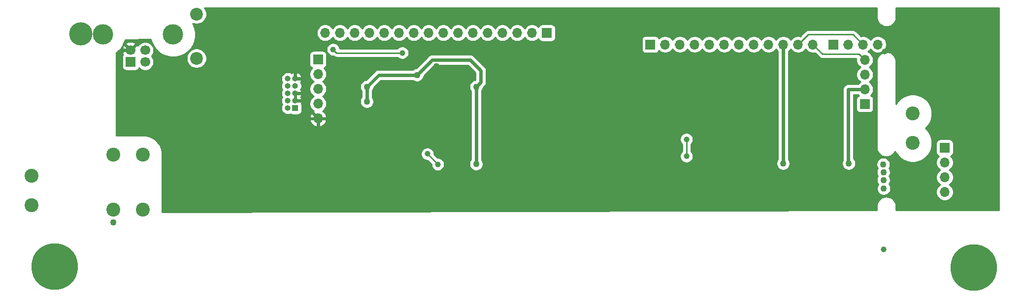
<source format=gbr>
G04 #@! TF.GenerationSoftware,KiCad,Pcbnew,5.1.9+dfsg1-1*
G04 #@! TF.CreationDate,2021-03-24T21:41:14+01:00*
G04 #@! TF.ProjectId,ctrl-m,6374726c-2d6d-42e6-9b69-6361645f7063,1.0*
G04 #@! TF.SameCoordinates,Original*
G04 #@! TF.FileFunction,Copper,L1,Top*
G04 #@! TF.FilePolarity,Positive*
%FSLAX46Y46*%
G04 Gerber Fmt 4.6, Leading zero omitted, Abs format (unit mm)*
G04 Created by KiCad (PCBNEW 5.1.9+dfsg1-1) date 2021-03-24 21:41:14*
%MOMM*%
%LPD*%
G01*
G04 APERTURE LIST*
G04 #@! TA.AperFunction,ComponentPad*
%ADD10C,4.000000*%
G04 #@! TD*
G04 #@! TA.AperFunction,ComponentPad*
%ADD11C,2.200000*%
G04 #@! TD*
G04 #@! TA.AperFunction,ComponentPad*
%ADD12R,1.700000X1.700000*%
G04 #@! TD*
G04 #@! TA.AperFunction,ComponentPad*
%ADD13O,1.700000X1.700000*%
G04 #@! TD*
G04 #@! TA.AperFunction,ComponentPad*
%ADD14C,1.700000*%
G04 #@! TD*
G04 #@! TA.AperFunction,ComponentPad*
%ADD15C,3.500000*%
G04 #@! TD*
G04 #@! TA.AperFunction,ComponentPad*
%ADD16R,1.000000X1.000000*%
G04 #@! TD*
G04 #@! TA.AperFunction,ComponentPad*
%ADD17O,1.000000X1.000000*%
G04 #@! TD*
G04 #@! TA.AperFunction,ComponentPad*
%ADD18C,2.400000*%
G04 #@! TD*
G04 #@! TA.AperFunction,ComponentPad*
%ADD19C,8.000000*%
G04 #@! TD*
G04 #@! TA.AperFunction,ViaPad*
%ADD20C,1.100000*%
G04 #@! TD*
G04 #@! TA.AperFunction,ViaPad*
%ADD21C,1.000000*%
G04 #@! TD*
G04 #@! TA.AperFunction,Conductor*
%ADD22C,0.600000*%
G04 #@! TD*
G04 #@! TA.AperFunction,Conductor*
%ADD23C,0.250000*%
G04 #@! TD*
G04 #@! TA.AperFunction,Conductor*
%ADD24C,0.254000*%
G04 #@! TD*
G04 #@! TA.AperFunction,Conductor*
%ADD25C,0.100000*%
G04 #@! TD*
G04 APERTURE END LIST*
D10*
X72470000Y-80169000D03*
D11*
X92400000Y-84389000D03*
X92400000Y-76769000D03*
D12*
X113284000Y-84582000D03*
D13*
X113284000Y-87122000D03*
X113284000Y-89662000D03*
X113284000Y-92202000D03*
X113284000Y-94742000D03*
D12*
X81070000Y-85000000D03*
D14*
X83570000Y-85000000D03*
X83570000Y-83000000D03*
X81070000Y-83000000D03*
D15*
X76300000Y-80290000D03*
X88340000Y-80290000D03*
D16*
X109347000Y-92964000D03*
D17*
X108077000Y-92964000D03*
X109347000Y-91694000D03*
X108077000Y-91694000D03*
X109347000Y-90424000D03*
X108077000Y-90424000D03*
X109347000Y-89154000D03*
X108077000Y-89154000D03*
X109347000Y-87884000D03*
X108077000Y-87884000D03*
D18*
X78060000Y-101000000D03*
X83140000Y-101000000D03*
X83140000Y-110469000D03*
X78060000Y-110469000D03*
X64000000Y-104669000D03*
X64000000Y-109749000D03*
X215500000Y-93920000D03*
X215500000Y-99000000D03*
D12*
X152600000Y-80000000D03*
D13*
X150060000Y-80000000D03*
X147520000Y-80000000D03*
X144980000Y-80000000D03*
X139900000Y-80000000D03*
X142440000Y-80000000D03*
X134820000Y-80000000D03*
X137360000Y-80000000D03*
X114500000Y-80000000D03*
X132280000Y-80000000D03*
X129740000Y-80000000D03*
X127200000Y-80000000D03*
X124660000Y-80000000D03*
X122120000Y-80000000D03*
X119580000Y-80000000D03*
X117040000Y-80000000D03*
D12*
X170400000Y-82000000D03*
D13*
X172940000Y-82000000D03*
X175480000Y-82000000D03*
X178020000Y-82000000D03*
X183100000Y-82000000D03*
X180560000Y-82000000D03*
X188180000Y-82000000D03*
X185640000Y-82000000D03*
X198340000Y-82000000D03*
X190720000Y-82000000D03*
X193260000Y-82000000D03*
X195800000Y-82000000D03*
D12*
X201880000Y-82000000D03*
D13*
X204420000Y-82000000D03*
X206960000Y-82000000D03*
X209500000Y-82000000D03*
D12*
X221000000Y-99822000D03*
D13*
X221000000Y-102362000D03*
X221000000Y-104902000D03*
X221000000Y-107442000D03*
D12*
X207270000Y-92269000D03*
D13*
X207270000Y-89729000D03*
X207270000Y-87189000D03*
X207270000Y-84649000D03*
D19*
X68000000Y-120300000D03*
X226000000Y-120500000D03*
D10*
X96500000Y-80199000D03*
D20*
X113792000Y-101981000D03*
X107696000Y-102108000D03*
X113792000Y-104775000D03*
X136779000Y-101536500D03*
X131889500Y-97091500D03*
X131826000Y-91059000D03*
X124460000Y-104267000D03*
X123480000Y-94189000D03*
X133604000Y-85725000D03*
X129022064Y-94423520D03*
X133915328Y-93227010D03*
D21*
X210510000Y-79269000D03*
D20*
X84840000Y-93869000D03*
D21*
X210690000Y-83189000D03*
X210510000Y-80429000D03*
D20*
X110070000Y-82669000D03*
X139965501Y-87364501D03*
X193230500Y-102500000D03*
X204499998Y-102500000D03*
X140462000Y-89281000D03*
X140462000Y-102616000D03*
X130302000Y-87249000D03*
X121666022Y-89281000D03*
X210510000Y-106839000D03*
X121666000Y-91844996D03*
D21*
X210460000Y-117379000D03*
D20*
X78065010Y-112709000D03*
X210460000Y-104019000D03*
D21*
X176616002Y-98361500D03*
X176616000Y-101282500D03*
X133870014Y-102669000D03*
X132070007Y-100868993D03*
D20*
X210490000Y-105379000D03*
X210440000Y-102679000D03*
D21*
X127762000Y-83439000D03*
X115869986Y-82869000D03*
D22*
X107823000Y-101981000D02*
X107696000Y-102108000D01*
X113792000Y-101981000D02*
X107823000Y-101981000D01*
X113792000Y-104775000D02*
X113792000Y-101981000D01*
X113792000Y-104775000D02*
X123952000Y-104775000D01*
X123952000Y-104775000D02*
X124460000Y-104267000D01*
X131826000Y-87503000D02*
X131826000Y-91059000D01*
X133604000Y-85725000D02*
X131826000Y-87503000D01*
X110236000Y-87884000D02*
X111506000Y-89154000D01*
X109347000Y-87884000D02*
X110236000Y-87884000D01*
X111379000Y-90424000D02*
X111506000Y-90551000D01*
X109347000Y-90424000D02*
X111379000Y-90424000D01*
X111506000Y-89154000D02*
X111506000Y-90551000D01*
X109347000Y-91694000D02*
X111506000Y-91694000D01*
X111506000Y-90551000D02*
X111506000Y-91694000D01*
X129022064Y-95413469D02*
X129022064Y-94423520D01*
X124460000Y-104267000D02*
X129022064Y-99704936D01*
X129022064Y-93862936D02*
X129022064Y-94423520D01*
X131889500Y-97091500D02*
X129221520Y-94423520D01*
X129022064Y-99704936D02*
X129022064Y-95413469D01*
X131826000Y-91059000D02*
X129022064Y-93862936D01*
X129221520Y-94423520D02*
X129022064Y-94423520D01*
X133915328Y-93148328D02*
X133915328Y-93227010D01*
X131826000Y-91059000D02*
X133915328Y-93148328D01*
X113284000Y-101473000D02*
X113792000Y-101981000D01*
X113284000Y-94742000D02*
X113284000Y-101473000D01*
X111506000Y-92964000D02*
X111506000Y-91694000D01*
X113284000Y-94742000D02*
X111506000Y-92964000D01*
X132334000Y-97091500D02*
X131889500Y-97091500D01*
X136779000Y-101536500D02*
X132334000Y-97091500D01*
X79867919Y-83000000D02*
X79375000Y-83492919D01*
X79375000Y-83492919D02*
X79375000Y-88404000D01*
X93079000Y-102108000D02*
X84840000Y-93869000D01*
X79375000Y-88404000D02*
X84840000Y-93869000D01*
X107696000Y-102108000D02*
X93079000Y-102108000D01*
X81070000Y-83000000D02*
X79867919Y-83000000D01*
X133915328Y-93227010D02*
X139777837Y-87364501D01*
X139777837Y-87364501D02*
X139965501Y-87364501D01*
X109347000Y-83392000D02*
X109347000Y-84146000D01*
X110070000Y-82669000D02*
X109347000Y-83392000D01*
X109347000Y-87884000D02*
X109347000Y-84146000D01*
X128787544Y-94189000D02*
X129022064Y-94423520D01*
X123480000Y-94189000D02*
X128787544Y-94189000D01*
X193260000Y-102278010D02*
X193230500Y-102307510D01*
X193260000Y-82000000D02*
X193260000Y-102278010D01*
X204420000Y-102420002D02*
X204499998Y-102500000D01*
X123698000Y-87249000D02*
X121666000Y-89281000D01*
X130302000Y-87249000D02*
X123698000Y-87249000D01*
X121666000Y-89281000D02*
X121666022Y-89281000D01*
X140462000Y-89281000D02*
X140462000Y-102616000D01*
X204450000Y-89729000D02*
X204420000Y-89759000D01*
X204420000Y-89759000D02*
X204420000Y-102420002D01*
X207270000Y-89729000D02*
X204450000Y-89729000D01*
X121666000Y-89281000D02*
X121666000Y-91844996D01*
X141270000Y-88473000D02*
X140462000Y-89281000D01*
X141270000Y-86514998D02*
X141270000Y-88473000D01*
X139430001Y-84674999D02*
X141270000Y-86514998D01*
X132876001Y-84674999D02*
X139430001Y-84674999D01*
X130302000Y-87249000D02*
X132876001Y-84674999D01*
D23*
X176616002Y-98361500D02*
X176616002Y-101282498D01*
X176616002Y-101282498D02*
X176616000Y-101282500D01*
X133870014Y-102669000D02*
X132070007Y-100868993D01*
X127762000Y-83439000D02*
X116439986Y-83439000D01*
X116439986Y-83439000D02*
X115869986Y-82869000D01*
X200019000Y-83679000D02*
X198340000Y-82000000D01*
X206300000Y-83679000D02*
X200019000Y-83679000D01*
X207270000Y-84649000D02*
X206300000Y-83679000D01*
X205239000Y-80279000D02*
X206960000Y-82000000D01*
X197521000Y-80279000D02*
X205239000Y-80279000D01*
X195800000Y-82000000D02*
X197521000Y-80279000D01*
D24*
X209330001Y-77311419D02*
X209332578Y-77337585D01*
X209332546Y-77340794D01*
X209333418Y-77349968D01*
X209353232Y-77544125D01*
X209365074Y-77602711D01*
X209376115Y-77661553D01*
X209378752Y-77670383D01*
X209435901Y-77856994D01*
X209458912Y-77912201D01*
X209481156Y-77967739D01*
X209485458Y-77975889D01*
X209577765Y-78147846D01*
X209611053Y-78197519D01*
X209643670Y-78247694D01*
X209649473Y-78254852D01*
X209773422Y-78405604D01*
X209815739Y-78447881D01*
X209857462Y-78490746D01*
X209864545Y-78496642D01*
X210015415Y-78620448D01*
X210065128Y-78653694D01*
X210114395Y-78687647D01*
X210122488Y-78692055D01*
X210294532Y-78784199D01*
X210349754Y-78807155D01*
X210404677Y-78830892D01*
X210413472Y-78833643D01*
X210600137Y-78890616D01*
X210658769Y-78902409D01*
X210717256Y-78915026D01*
X210726418Y-78916017D01*
X210920594Y-78935648D01*
X210980431Y-78935828D01*
X211040221Y-78936844D01*
X211049401Y-78936037D01*
X211243692Y-78917579D01*
X211302417Y-78906135D01*
X211361277Y-78895516D01*
X211370125Y-78892941D01*
X211557130Y-78837096D01*
X211612493Y-78814472D01*
X211668189Y-78792615D01*
X211676368Y-78788370D01*
X211848965Y-78697266D01*
X211898877Y-78664321D01*
X211949269Y-78632061D01*
X211956468Y-78626308D01*
X212108082Y-78503416D01*
X212150658Y-78461391D01*
X212193811Y-78419969D01*
X212199756Y-78412928D01*
X212324612Y-78262926D01*
X212358188Y-78213470D01*
X212392501Y-78164418D01*
X212396964Y-78156356D01*
X212490307Y-77984960D01*
X212513654Y-77929884D01*
X212537768Y-77875143D01*
X212540578Y-77866373D01*
X212540581Y-77866366D01*
X212540582Y-77866359D01*
X212598855Y-77680105D01*
X212611052Y-77621583D01*
X212624083Y-77563158D01*
X212625137Y-77554003D01*
X212639475Y-77421436D01*
X212640397Y-77418397D01*
X212649949Y-77321433D01*
X212649985Y-75660000D01*
X230340000Y-75660000D01*
X230340001Y-110565139D01*
X212630000Y-110602761D01*
X212630000Y-109856581D01*
X212626753Y-109823613D01*
X212626753Y-109810633D01*
X212625790Y-109801468D01*
X212604035Y-109607518D01*
X212591600Y-109549019D01*
X212579978Y-109490325D01*
X212577253Y-109481522D01*
X212518240Y-109295491D01*
X212494674Y-109240509D01*
X212471880Y-109185206D01*
X212467497Y-109177100D01*
X212373475Y-109006075D01*
X212339702Y-108956752D01*
X212306577Y-108906894D01*
X212300703Y-108899794D01*
X212175253Y-108750288D01*
X212132523Y-108708443D01*
X212090362Y-108665987D01*
X212083220Y-108660163D01*
X211931120Y-108537872D01*
X211881061Y-108505114D01*
X211831477Y-108471669D01*
X211823340Y-108467343D01*
X211823337Y-108467341D01*
X211823333Y-108467340D01*
X211650384Y-108376923D01*
X211594972Y-108354535D01*
X211539772Y-108331331D01*
X211530950Y-108328668D01*
X211343724Y-108273565D01*
X211284986Y-108262360D01*
X211226372Y-108250328D01*
X211217200Y-108249429D01*
X211022839Y-108231741D01*
X210963057Y-108232158D01*
X210903199Y-108231740D01*
X210894028Y-108232640D01*
X210699931Y-108253041D01*
X210641348Y-108265066D01*
X210582577Y-108276277D01*
X210573755Y-108278941D01*
X210387317Y-108336653D01*
X210332162Y-108359838D01*
X210276709Y-108382242D01*
X210268573Y-108386568D01*
X210096896Y-108479393D01*
X210047278Y-108512861D01*
X209997247Y-108545600D01*
X209990106Y-108551424D01*
X209839728Y-108675828D01*
X209797589Y-108718263D01*
X209754839Y-108760126D01*
X209748966Y-108767227D01*
X209625616Y-108918469D01*
X209592534Y-108968262D01*
X209558716Y-109017651D01*
X209554333Y-109025757D01*
X209462708Y-109198079D01*
X209439909Y-109253394D01*
X209416348Y-109308366D01*
X209413623Y-109317169D01*
X209357214Y-109504005D01*
X209345594Y-109562693D01*
X209333158Y-109621196D01*
X209332195Y-109630361D01*
X209313150Y-109824595D01*
X209313150Y-109824608D01*
X209310001Y-109856581D01*
X209310001Y-110609813D01*
X86487000Y-110870730D01*
X86487000Y-101092000D01*
X86484560Y-101067224D01*
X86477333Y-101043399D01*
X86467000Y-101024068D01*
X86467000Y-100757205D01*
X130935007Y-100757205D01*
X130935007Y-100980781D01*
X130978624Y-101200060D01*
X131064183Y-101406617D01*
X131188395Y-101592513D01*
X131346487Y-101750605D01*
X131532383Y-101874817D01*
X131738940Y-101960376D01*
X131958219Y-102003993D01*
X132130206Y-102003993D01*
X132735014Y-102608802D01*
X132735014Y-102780788D01*
X132778631Y-103000067D01*
X132864190Y-103206624D01*
X132988402Y-103392520D01*
X133146494Y-103550612D01*
X133332390Y-103674824D01*
X133538947Y-103760383D01*
X133758226Y-103804000D01*
X133981802Y-103804000D01*
X134201081Y-103760383D01*
X134407638Y-103674824D01*
X134593534Y-103550612D01*
X134751626Y-103392520D01*
X134875838Y-103206624D01*
X134961397Y-103000067D01*
X135005014Y-102780788D01*
X135005014Y-102557212D01*
X134961397Y-102337933D01*
X134875838Y-102131376D01*
X134751626Y-101945480D01*
X134593534Y-101787388D01*
X134407638Y-101663176D01*
X134201081Y-101577617D01*
X133981802Y-101534000D01*
X133809816Y-101534000D01*
X133205007Y-100929192D01*
X133205007Y-100757205D01*
X133161390Y-100537926D01*
X133075831Y-100331369D01*
X132951619Y-100145473D01*
X132793527Y-99987381D01*
X132607631Y-99863169D01*
X132401074Y-99777610D01*
X132181795Y-99733993D01*
X131958219Y-99733993D01*
X131738940Y-99777610D01*
X131532383Y-99863169D01*
X131346487Y-99987381D01*
X131188395Y-100145473D01*
X131064183Y-100331369D01*
X130978624Y-100537926D01*
X130935007Y-100757205D01*
X86467000Y-100757205D01*
X86467000Y-100672319D01*
X86339145Y-100029550D01*
X86088349Y-99424075D01*
X85724250Y-98879161D01*
X85260839Y-98415750D01*
X84715925Y-98051651D01*
X84110450Y-97800855D01*
X83467681Y-97673000D01*
X83107224Y-97673000D01*
X83106601Y-97672667D01*
X83082776Y-97665440D01*
X83058000Y-97663000D01*
X78597000Y-97663000D01*
X78597000Y-95098890D01*
X111842524Y-95098890D01*
X111887175Y-95246099D01*
X112012359Y-95508920D01*
X112186412Y-95742269D01*
X112402645Y-95937178D01*
X112652748Y-96086157D01*
X112927109Y-96183481D01*
X113157000Y-96062814D01*
X113157000Y-94869000D01*
X113411000Y-94869000D01*
X113411000Y-96062814D01*
X113640891Y-96183481D01*
X113915252Y-96086157D01*
X114165355Y-95937178D01*
X114381588Y-95742269D01*
X114555641Y-95508920D01*
X114680825Y-95246099D01*
X114725476Y-95098890D01*
X114604155Y-94869000D01*
X113411000Y-94869000D01*
X113157000Y-94869000D01*
X111963845Y-94869000D01*
X111842524Y-95098890D01*
X78597000Y-95098890D01*
X78597000Y-87772212D01*
X106942000Y-87772212D01*
X106942000Y-87995788D01*
X106985617Y-88215067D01*
X107071176Y-88421624D01*
X107136241Y-88519000D01*
X107071176Y-88616376D01*
X106985617Y-88822933D01*
X106942000Y-89042212D01*
X106942000Y-89265788D01*
X106985617Y-89485067D01*
X107071176Y-89691624D01*
X107136241Y-89789000D01*
X107071176Y-89886376D01*
X106985617Y-90092933D01*
X106942000Y-90312212D01*
X106942000Y-90535788D01*
X106985617Y-90755067D01*
X107071176Y-90961624D01*
X107136241Y-91059000D01*
X107071176Y-91156376D01*
X106985617Y-91362933D01*
X106942000Y-91582212D01*
X106942000Y-91805788D01*
X106985617Y-92025067D01*
X107071176Y-92231624D01*
X107136241Y-92329000D01*
X107071176Y-92426376D01*
X106985617Y-92632933D01*
X106942000Y-92852212D01*
X106942000Y-93075788D01*
X106985617Y-93295067D01*
X107071176Y-93501624D01*
X107195388Y-93687520D01*
X107353480Y-93845612D01*
X107539376Y-93969824D01*
X107745933Y-94055383D01*
X107965212Y-94099000D01*
X108188788Y-94099000D01*
X108408067Y-94055383D01*
X108519774Y-94009112D01*
X108602820Y-94053502D01*
X108722518Y-94089812D01*
X108847000Y-94102072D01*
X109847000Y-94102072D01*
X109971482Y-94089812D01*
X110091180Y-94053502D01*
X110201494Y-93994537D01*
X110298185Y-93915185D01*
X110377537Y-93818494D01*
X110436502Y-93708180D01*
X110472812Y-93588482D01*
X110485072Y-93464000D01*
X110485072Y-92464000D01*
X110472812Y-92339518D01*
X110436502Y-92219820D01*
X110388930Y-92130820D01*
X110424446Y-92050864D01*
X110441119Y-91995874D01*
X110314954Y-91821000D01*
X109474000Y-91821000D01*
X109474000Y-91825928D01*
X109220000Y-91825928D01*
X109220000Y-91821000D01*
X109208974Y-91821000D01*
X109212000Y-91805788D01*
X109212000Y-91582212D01*
X109208974Y-91567000D01*
X109220000Y-91567000D01*
X109220000Y-90551000D01*
X109474000Y-90551000D01*
X109474000Y-91567000D01*
X110314954Y-91567000D01*
X110441119Y-91392126D01*
X110424446Y-91337136D01*
X110334123Y-91133794D01*
X110281361Y-91059000D01*
X110334123Y-90984206D01*
X110424446Y-90780864D01*
X110441119Y-90725874D01*
X110314954Y-90551000D01*
X109474000Y-90551000D01*
X109220000Y-90551000D01*
X109208974Y-90551000D01*
X109212000Y-90535788D01*
X109212000Y-90312212D01*
X109208974Y-90297000D01*
X109220000Y-90297000D01*
X109220000Y-90285974D01*
X109235212Y-90289000D01*
X109458788Y-90289000D01*
X109474000Y-90285974D01*
X109474000Y-90297000D01*
X110314954Y-90297000D01*
X110441119Y-90122126D01*
X110424446Y-90067136D01*
X110334123Y-89863794D01*
X110284647Y-89793658D01*
X110352824Y-89691624D01*
X110438383Y-89485067D01*
X110482000Y-89265788D01*
X110482000Y-89042212D01*
X110438383Y-88822933D01*
X110352824Y-88616376D01*
X110284647Y-88514342D01*
X110334123Y-88444206D01*
X110424446Y-88240864D01*
X110441119Y-88185874D01*
X110314954Y-88011000D01*
X109474000Y-88011000D01*
X109474000Y-88022026D01*
X109458788Y-88019000D01*
X109235212Y-88019000D01*
X109220000Y-88022026D01*
X109220000Y-88011000D01*
X109208974Y-88011000D01*
X109212000Y-87995788D01*
X109212000Y-87772212D01*
X109208974Y-87757000D01*
X109220000Y-87757000D01*
X109220000Y-86914871D01*
X109474000Y-86914871D01*
X109474000Y-87757000D01*
X110314954Y-87757000D01*
X110441119Y-87582126D01*
X110424446Y-87527136D01*
X110334123Y-87323794D01*
X110205865Y-87141980D01*
X110044601Y-86988682D01*
X109856529Y-86869790D01*
X109648876Y-86789874D01*
X109474000Y-86914871D01*
X109220000Y-86914871D01*
X109045124Y-86789874D01*
X108837471Y-86869790D01*
X108716512Y-86946256D01*
X108614624Y-86878176D01*
X108408067Y-86792617D01*
X108188788Y-86749000D01*
X107965212Y-86749000D01*
X107745933Y-86792617D01*
X107539376Y-86878176D01*
X107353480Y-87002388D01*
X107195388Y-87160480D01*
X107071176Y-87346376D01*
X106985617Y-87552933D01*
X106942000Y-87772212D01*
X78597000Y-87772212D01*
X78597000Y-83418021D01*
X78771443Y-83301462D01*
X79004374Y-83068531D01*
X79579389Y-83068531D01*
X79621401Y-83358019D01*
X79719081Y-83633747D01*
X79759759Y-83709850D01*
X79689463Y-83795506D01*
X79630498Y-83905820D01*
X79594188Y-84025518D01*
X79581928Y-84150000D01*
X79581928Y-85850000D01*
X79594188Y-85974482D01*
X79630498Y-86094180D01*
X79689463Y-86204494D01*
X79768815Y-86301185D01*
X79865506Y-86380537D01*
X79975820Y-86439502D01*
X80095518Y-86475812D01*
X80220000Y-86488072D01*
X81920000Y-86488072D01*
X82044482Y-86475812D01*
X82164180Y-86439502D01*
X82274494Y-86380537D01*
X82371185Y-86301185D01*
X82450537Y-86204494D01*
X82509502Y-86094180D01*
X82522203Y-86052310D01*
X82623368Y-86153475D01*
X82866589Y-86315990D01*
X83136842Y-86427932D01*
X83423740Y-86485000D01*
X83716260Y-86485000D01*
X84003158Y-86427932D01*
X84273411Y-86315990D01*
X84516632Y-86153475D01*
X84723475Y-85946632D01*
X84885990Y-85703411D01*
X84997932Y-85433158D01*
X85055000Y-85146260D01*
X85055000Y-84853740D01*
X84997932Y-84566842D01*
X84885990Y-84296589D01*
X84833557Y-84218117D01*
X90665000Y-84218117D01*
X90665000Y-84559883D01*
X90731675Y-84895081D01*
X90862463Y-85210831D01*
X91052337Y-85494998D01*
X91294002Y-85736663D01*
X91578169Y-85926537D01*
X91893919Y-86057325D01*
X92229117Y-86124000D01*
X92570883Y-86124000D01*
X92906081Y-86057325D01*
X93221831Y-85926537D01*
X93505998Y-85736663D01*
X93747663Y-85494998D01*
X93937537Y-85210831D01*
X94068325Y-84895081D01*
X94135000Y-84559883D01*
X94135000Y-84218117D01*
X94068325Y-83882919D01*
X94005813Y-83732000D01*
X111795928Y-83732000D01*
X111795928Y-85432000D01*
X111808188Y-85556482D01*
X111844498Y-85676180D01*
X111903463Y-85786494D01*
X111982815Y-85883185D01*
X112079506Y-85962537D01*
X112189820Y-86021502D01*
X112262380Y-86043513D01*
X112130525Y-86175368D01*
X111968010Y-86418589D01*
X111856068Y-86688842D01*
X111799000Y-86975740D01*
X111799000Y-87268260D01*
X111856068Y-87555158D01*
X111968010Y-87825411D01*
X112130525Y-88068632D01*
X112337368Y-88275475D01*
X112511760Y-88392000D01*
X112337368Y-88508525D01*
X112130525Y-88715368D01*
X111968010Y-88958589D01*
X111856068Y-89228842D01*
X111799000Y-89515740D01*
X111799000Y-89808260D01*
X111856068Y-90095158D01*
X111968010Y-90365411D01*
X112130525Y-90608632D01*
X112337368Y-90815475D01*
X112511760Y-90932000D01*
X112337368Y-91048525D01*
X112130525Y-91255368D01*
X111968010Y-91498589D01*
X111856068Y-91768842D01*
X111799000Y-92055740D01*
X111799000Y-92348260D01*
X111856068Y-92635158D01*
X111968010Y-92905411D01*
X112130525Y-93148632D01*
X112337368Y-93355475D01*
X112519534Y-93477195D01*
X112402645Y-93546822D01*
X112186412Y-93741731D01*
X112012359Y-93975080D01*
X111887175Y-94237901D01*
X111842524Y-94385110D01*
X111963845Y-94615000D01*
X113157000Y-94615000D01*
X113157000Y-94595000D01*
X113411000Y-94595000D01*
X113411000Y-94615000D01*
X114604155Y-94615000D01*
X114725476Y-94385110D01*
X114680825Y-94237901D01*
X114555641Y-93975080D01*
X114381588Y-93741731D01*
X114165355Y-93546822D01*
X114048466Y-93477195D01*
X114230632Y-93355475D01*
X114437475Y-93148632D01*
X114599990Y-92905411D01*
X114711932Y-92635158D01*
X114769000Y-92348260D01*
X114769000Y-92055740D01*
X114711932Y-91768842D01*
X114695133Y-91728284D01*
X120481000Y-91728284D01*
X120481000Y-91961708D01*
X120526539Y-92190648D01*
X120615866Y-92406304D01*
X120745550Y-92600390D01*
X120910606Y-92765446D01*
X121104692Y-92895130D01*
X121320348Y-92984457D01*
X121549288Y-93029996D01*
X121782712Y-93029996D01*
X122011652Y-92984457D01*
X122227308Y-92895130D01*
X122421394Y-92765446D01*
X122586450Y-92600390D01*
X122716134Y-92406304D01*
X122805461Y-92190648D01*
X122851000Y-91961708D01*
X122851000Y-91728284D01*
X122805461Y-91499344D01*
X122716134Y-91283688D01*
X122601000Y-91111378D01*
X122601000Y-90014651D01*
X122716156Y-89842308D01*
X122805483Y-89626652D01*
X122845918Y-89423371D01*
X124085289Y-88184000D01*
X129568382Y-88184000D01*
X129740692Y-88299134D01*
X129956348Y-88388461D01*
X130185288Y-88434000D01*
X130418712Y-88434000D01*
X130647652Y-88388461D01*
X130863308Y-88299134D01*
X131057394Y-88169450D01*
X131222450Y-88004394D01*
X131352134Y-87810308D01*
X131441461Y-87594652D01*
X131481891Y-87391399D01*
X133263291Y-85609999D01*
X139042712Y-85609999D01*
X140335000Y-86902287D01*
X140335001Y-88085710D01*
X140319602Y-88101109D01*
X140116348Y-88141539D01*
X139900692Y-88230866D01*
X139706606Y-88360550D01*
X139541550Y-88525606D01*
X139411866Y-88719692D01*
X139322539Y-88935348D01*
X139277000Y-89164288D01*
X139277000Y-89397712D01*
X139322539Y-89626652D01*
X139411866Y-89842308D01*
X139527000Y-90014618D01*
X139527001Y-101882380D01*
X139411866Y-102054692D01*
X139322539Y-102270348D01*
X139277000Y-102499288D01*
X139277000Y-102732712D01*
X139322539Y-102961652D01*
X139411866Y-103177308D01*
X139541550Y-103371394D01*
X139706606Y-103536450D01*
X139900692Y-103666134D01*
X140116348Y-103755461D01*
X140345288Y-103801000D01*
X140578712Y-103801000D01*
X140807652Y-103755461D01*
X141023308Y-103666134D01*
X141217394Y-103536450D01*
X141382450Y-103371394D01*
X141512134Y-103177308D01*
X141601461Y-102961652D01*
X141647000Y-102732712D01*
X141647000Y-102499288D01*
X141601461Y-102270348D01*
X141512134Y-102054692D01*
X141397000Y-101882382D01*
X141397000Y-101170712D01*
X175481000Y-101170712D01*
X175481000Y-101394288D01*
X175524617Y-101613567D01*
X175610176Y-101820124D01*
X175734388Y-102006020D01*
X175892480Y-102164112D01*
X176078376Y-102288324D01*
X176284933Y-102373883D01*
X176504212Y-102417500D01*
X176727788Y-102417500D01*
X176947067Y-102373883D01*
X177153624Y-102288324D01*
X177339520Y-102164112D01*
X177497612Y-102006020D01*
X177621824Y-101820124D01*
X177707383Y-101613567D01*
X177751000Y-101394288D01*
X177751000Y-101170712D01*
X177707383Y-100951433D01*
X177621824Y-100744876D01*
X177497612Y-100558980D01*
X177376002Y-100437370D01*
X177376002Y-99206632D01*
X177497614Y-99085020D01*
X177621826Y-98899124D01*
X177707385Y-98692567D01*
X177751002Y-98473288D01*
X177751002Y-98249712D01*
X177707385Y-98030433D01*
X177621826Y-97823876D01*
X177497614Y-97637980D01*
X177339522Y-97479888D01*
X177153626Y-97355676D01*
X176947069Y-97270117D01*
X176727790Y-97226500D01*
X176504214Y-97226500D01*
X176284935Y-97270117D01*
X176078378Y-97355676D01*
X175892482Y-97479888D01*
X175734390Y-97637980D01*
X175610178Y-97823876D01*
X175524619Y-98030433D01*
X175481002Y-98249712D01*
X175481002Y-98473288D01*
X175524619Y-98692567D01*
X175610178Y-98899124D01*
X175734390Y-99085020D01*
X175856002Y-99206632D01*
X175856003Y-100437365D01*
X175734388Y-100558980D01*
X175610176Y-100744876D01*
X175524617Y-100951433D01*
X175481000Y-101170712D01*
X141397000Y-101170712D01*
X141397000Y-90014618D01*
X141512134Y-89842308D01*
X141601461Y-89626652D01*
X141641891Y-89423398D01*
X141898659Y-89166630D01*
X141934344Y-89137344D01*
X142051186Y-88994972D01*
X142127002Y-88853129D01*
X142138007Y-88832541D01*
X142191472Y-88656292D01*
X142209524Y-88473000D01*
X142205000Y-88427065D01*
X142205000Y-86560933D01*
X142209524Y-86514998D01*
X142191472Y-86331706D01*
X142138007Y-86155457D01*
X142096034Y-86076932D01*
X142051186Y-85993026D01*
X141934344Y-85850654D01*
X141898660Y-85821369D01*
X140123631Y-84046340D01*
X140094345Y-84010655D01*
X139951973Y-83893813D01*
X139789541Y-83806992D01*
X139613293Y-83753528D01*
X139475933Y-83739999D01*
X139430001Y-83735475D01*
X139384069Y-83739999D01*
X132921932Y-83739999D01*
X132876000Y-83735475D01*
X132692708Y-83753528D01*
X132651746Y-83765954D01*
X132516461Y-83806992D01*
X132354029Y-83893813D01*
X132211657Y-84010655D01*
X132182375Y-84046335D01*
X130159601Y-86069109D01*
X129956348Y-86109539D01*
X129740692Y-86198866D01*
X129568382Y-86314000D01*
X123743932Y-86314000D01*
X123698000Y-86309476D01*
X123514708Y-86327529D01*
X123338460Y-86380993D01*
X123176028Y-86467814D01*
X123033656Y-86584656D01*
X123004370Y-86620341D01*
X121523596Y-88101115D01*
X121320370Y-88141539D01*
X121104714Y-88230866D01*
X120910628Y-88360550D01*
X120745572Y-88525606D01*
X120615888Y-88719692D01*
X120526561Y-88935348D01*
X120481022Y-89164288D01*
X120481022Y-89397712D01*
X120526561Y-89626652D01*
X120615888Y-89842308D01*
X120731000Y-90014586D01*
X120731001Y-91111377D01*
X120615866Y-91283688D01*
X120526539Y-91499344D01*
X120481000Y-91728284D01*
X114695133Y-91728284D01*
X114599990Y-91498589D01*
X114437475Y-91255368D01*
X114230632Y-91048525D01*
X114056240Y-90932000D01*
X114230632Y-90815475D01*
X114437475Y-90608632D01*
X114599990Y-90365411D01*
X114711932Y-90095158D01*
X114769000Y-89808260D01*
X114769000Y-89515740D01*
X114711932Y-89228842D01*
X114599990Y-88958589D01*
X114437475Y-88715368D01*
X114230632Y-88508525D01*
X114056240Y-88392000D01*
X114230632Y-88275475D01*
X114437475Y-88068632D01*
X114599990Y-87825411D01*
X114711932Y-87555158D01*
X114769000Y-87268260D01*
X114769000Y-86975740D01*
X114711932Y-86688842D01*
X114599990Y-86418589D01*
X114437475Y-86175368D01*
X114305620Y-86043513D01*
X114378180Y-86021502D01*
X114488494Y-85962537D01*
X114585185Y-85883185D01*
X114664537Y-85786494D01*
X114723502Y-85676180D01*
X114759812Y-85556482D01*
X114772072Y-85432000D01*
X114772072Y-83732000D01*
X114759812Y-83607518D01*
X114723502Y-83487820D01*
X114664537Y-83377506D01*
X114585185Y-83280815D01*
X114488494Y-83201463D01*
X114378180Y-83142498D01*
X114258482Y-83106188D01*
X114134000Y-83093928D01*
X112434000Y-83093928D01*
X112309518Y-83106188D01*
X112189820Y-83142498D01*
X112079506Y-83201463D01*
X111982815Y-83280815D01*
X111903463Y-83377506D01*
X111844498Y-83487820D01*
X111808188Y-83607518D01*
X111795928Y-83732000D01*
X94005813Y-83732000D01*
X93937537Y-83567169D01*
X93747663Y-83283002D01*
X93505998Y-83041337D01*
X93221831Y-82851463D01*
X92994290Y-82757212D01*
X114734986Y-82757212D01*
X114734986Y-82980788D01*
X114778603Y-83200067D01*
X114864162Y-83406624D01*
X114988374Y-83592520D01*
X115146466Y-83750612D01*
X115332362Y-83874824D01*
X115538919Y-83960383D01*
X115758198Y-84004000D01*
X115930446Y-84004000D01*
X116015710Y-84073974D01*
X116147739Y-84144546D01*
X116291000Y-84188003D01*
X116402653Y-84199000D01*
X116402661Y-84199000D01*
X116439986Y-84202676D01*
X116477311Y-84199000D01*
X126916868Y-84199000D01*
X127038480Y-84320612D01*
X127224376Y-84444824D01*
X127430933Y-84530383D01*
X127650212Y-84574000D01*
X127873788Y-84574000D01*
X128093067Y-84530383D01*
X128299624Y-84444824D01*
X128485520Y-84320612D01*
X128643612Y-84162520D01*
X128767824Y-83976624D01*
X128853383Y-83770067D01*
X128897000Y-83550788D01*
X128897000Y-83327212D01*
X128853383Y-83107933D01*
X128767824Y-82901376D01*
X128643612Y-82715480D01*
X128485520Y-82557388D01*
X128299624Y-82433176D01*
X128093067Y-82347617D01*
X127873788Y-82304000D01*
X127650212Y-82304000D01*
X127430933Y-82347617D01*
X127224376Y-82433176D01*
X127038480Y-82557388D01*
X126916868Y-82679000D01*
X116989429Y-82679000D01*
X116961369Y-82537933D01*
X116875810Y-82331376D01*
X116751598Y-82145480D01*
X116593506Y-81987388D01*
X116407610Y-81863176D01*
X116201053Y-81777617D01*
X115981774Y-81734000D01*
X115758198Y-81734000D01*
X115538919Y-81777617D01*
X115332362Y-81863176D01*
X115146466Y-81987388D01*
X114988374Y-82145480D01*
X114864162Y-82331376D01*
X114778603Y-82537933D01*
X114734986Y-82757212D01*
X92994290Y-82757212D01*
X92906081Y-82720675D01*
X92570883Y-82654000D01*
X92229117Y-82654000D01*
X91893919Y-82720675D01*
X91578169Y-82851463D01*
X91294002Y-83041337D01*
X91052337Y-83283002D01*
X90862463Y-83567169D01*
X90731675Y-83882919D01*
X90665000Y-84218117D01*
X84833557Y-84218117D01*
X84723475Y-84053368D01*
X84670107Y-84000000D01*
X84723475Y-83946632D01*
X84885990Y-83703411D01*
X84997932Y-83433158D01*
X85055000Y-83146260D01*
X85055000Y-82853740D01*
X84997932Y-82566842D01*
X84885990Y-82296589D01*
X84723475Y-82053368D01*
X84516632Y-81846525D01*
X84273411Y-81684010D01*
X84003158Y-81572068D01*
X83716260Y-81515000D01*
X83423740Y-81515000D01*
X83136842Y-81572068D01*
X82866589Y-81684010D01*
X82623368Y-81846525D01*
X82416525Y-82053368D01*
X82307584Y-82216410D01*
X82098397Y-82151208D01*
X81249605Y-83000000D01*
X81263748Y-83014143D01*
X81084143Y-83193748D01*
X81070000Y-83179605D01*
X81055858Y-83193748D01*
X80876253Y-83014143D01*
X80890395Y-83000000D01*
X80041603Y-82151208D01*
X79792528Y-82228843D01*
X79666629Y-82492883D01*
X79594661Y-82776411D01*
X79579389Y-83068531D01*
X79004374Y-83068531D01*
X79311462Y-82761443D01*
X79735753Y-82126448D01*
X79799891Y-81971603D01*
X80221208Y-81971603D01*
X81070000Y-82820395D01*
X81918792Y-81971603D01*
X81841157Y-81722528D01*
X81577117Y-81596629D01*
X81293589Y-81524661D01*
X81001469Y-81509389D01*
X80711981Y-81551401D01*
X80436253Y-81649081D01*
X80298843Y-81722528D01*
X80221208Y-81971603D01*
X79799891Y-81971603D01*
X80028009Y-81420879D01*
X80077896Y-81170083D01*
X84547764Y-81097988D01*
X84611991Y-81420879D01*
X84904247Y-82126448D01*
X85328538Y-82761443D01*
X85868557Y-83301462D01*
X86503552Y-83725753D01*
X87209121Y-84018009D01*
X87958149Y-84167000D01*
X88721851Y-84167000D01*
X89470879Y-84018009D01*
X90176448Y-83725753D01*
X90811443Y-83301462D01*
X91351462Y-82761443D01*
X91775753Y-82126448D01*
X92068009Y-81420879D01*
X92217000Y-80671851D01*
X92217000Y-79908149D01*
X92206178Y-79853740D01*
X113015000Y-79853740D01*
X113015000Y-80146260D01*
X113072068Y-80433158D01*
X113184010Y-80703411D01*
X113346525Y-80946632D01*
X113553368Y-81153475D01*
X113796589Y-81315990D01*
X114066842Y-81427932D01*
X114353740Y-81485000D01*
X114646260Y-81485000D01*
X114933158Y-81427932D01*
X115203411Y-81315990D01*
X115446632Y-81153475D01*
X115653475Y-80946632D01*
X115770000Y-80772240D01*
X115886525Y-80946632D01*
X116093368Y-81153475D01*
X116336589Y-81315990D01*
X116606842Y-81427932D01*
X116893740Y-81485000D01*
X117186260Y-81485000D01*
X117473158Y-81427932D01*
X117743411Y-81315990D01*
X117986632Y-81153475D01*
X118193475Y-80946632D01*
X118310000Y-80772240D01*
X118426525Y-80946632D01*
X118633368Y-81153475D01*
X118876589Y-81315990D01*
X119146842Y-81427932D01*
X119433740Y-81485000D01*
X119726260Y-81485000D01*
X120013158Y-81427932D01*
X120283411Y-81315990D01*
X120526632Y-81153475D01*
X120733475Y-80946632D01*
X120850000Y-80772240D01*
X120966525Y-80946632D01*
X121173368Y-81153475D01*
X121416589Y-81315990D01*
X121686842Y-81427932D01*
X121973740Y-81485000D01*
X122266260Y-81485000D01*
X122553158Y-81427932D01*
X122823411Y-81315990D01*
X123066632Y-81153475D01*
X123273475Y-80946632D01*
X123390000Y-80772240D01*
X123506525Y-80946632D01*
X123713368Y-81153475D01*
X123956589Y-81315990D01*
X124226842Y-81427932D01*
X124513740Y-81485000D01*
X124806260Y-81485000D01*
X125093158Y-81427932D01*
X125363411Y-81315990D01*
X125606632Y-81153475D01*
X125813475Y-80946632D01*
X125930000Y-80772240D01*
X126046525Y-80946632D01*
X126253368Y-81153475D01*
X126496589Y-81315990D01*
X126766842Y-81427932D01*
X127053740Y-81485000D01*
X127346260Y-81485000D01*
X127633158Y-81427932D01*
X127903411Y-81315990D01*
X128146632Y-81153475D01*
X128353475Y-80946632D01*
X128470000Y-80772240D01*
X128586525Y-80946632D01*
X128793368Y-81153475D01*
X129036589Y-81315990D01*
X129306842Y-81427932D01*
X129593740Y-81485000D01*
X129886260Y-81485000D01*
X130173158Y-81427932D01*
X130443411Y-81315990D01*
X130686632Y-81153475D01*
X130893475Y-80946632D01*
X131010000Y-80772240D01*
X131126525Y-80946632D01*
X131333368Y-81153475D01*
X131576589Y-81315990D01*
X131846842Y-81427932D01*
X132133740Y-81485000D01*
X132426260Y-81485000D01*
X132713158Y-81427932D01*
X132983411Y-81315990D01*
X133226632Y-81153475D01*
X133433475Y-80946632D01*
X133550000Y-80772240D01*
X133666525Y-80946632D01*
X133873368Y-81153475D01*
X134116589Y-81315990D01*
X134386842Y-81427932D01*
X134673740Y-81485000D01*
X134966260Y-81485000D01*
X135253158Y-81427932D01*
X135523411Y-81315990D01*
X135766632Y-81153475D01*
X135973475Y-80946632D01*
X136090000Y-80772240D01*
X136206525Y-80946632D01*
X136413368Y-81153475D01*
X136656589Y-81315990D01*
X136926842Y-81427932D01*
X137213740Y-81485000D01*
X137506260Y-81485000D01*
X137793158Y-81427932D01*
X138063411Y-81315990D01*
X138306632Y-81153475D01*
X138513475Y-80946632D01*
X138630000Y-80772240D01*
X138746525Y-80946632D01*
X138953368Y-81153475D01*
X139196589Y-81315990D01*
X139466842Y-81427932D01*
X139753740Y-81485000D01*
X140046260Y-81485000D01*
X140333158Y-81427932D01*
X140603411Y-81315990D01*
X140846632Y-81153475D01*
X141053475Y-80946632D01*
X141170000Y-80772240D01*
X141286525Y-80946632D01*
X141493368Y-81153475D01*
X141736589Y-81315990D01*
X142006842Y-81427932D01*
X142293740Y-81485000D01*
X142586260Y-81485000D01*
X142873158Y-81427932D01*
X143143411Y-81315990D01*
X143386632Y-81153475D01*
X143593475Y-80946632D01*
X143710000Y-80772240D01*
X143826525Y-80946632D01*
X144033368Y-81153475D01*
X144276589Y-81315990D01*
X144546842Y-81427932D01*
X144833740Y-81485000D01*
X145126260Y-81485000D01*
X145413158Y-81427932D01*
X145683411Y-81315990D01*
X145926632Y-81153475D01*
X146133475Y-80946632D01*
X146250000Y-80772240D01*
X146366525Y-80946632D01*
X146573368Y-81153475D01*
X146816589Y-81315990D01*
X147086842Y-81427932D01*
X147373740Y-81485000D01*
X147666260Y-81485000D01*
X147953158Y-81427932D01*
X148223411Y-81315990D01*
X148466632Y-81153475D01*
X148673475Y-80946632D01*
X148790000Y-80772240D01*
X148906525Y-80946632D01*
X149113368Y-81153475D01*
X149356589Y-81315990D01*
X149626842Y-81427932D01*
X149913740Y-81485000D01*
X150206260Y-81485000D01*
X150493158Y-81427932D01*
X150763411Y-81315990D01*
X151006632Y-81153475D01*
X151138487Y-81021620D01*
X151160498Y-81094180D01*
X151219463Y-81204494D01*
X151298815Y-81301185D01*
X151395506Y-81380537D01*
X151505820Y-81439502D01*
X151625518Y-81475812D01*
X151750000Y-81488072D01*
X153450000Y-81488072D01*
X153574482Y-81475812D01*
X153694180Y-81439502D01*
X153804494Y-81380537D01*
X153901185Y-81301185D01*
X153980537Y-81204494D01*
X154009665Y-81150000D01*
X168911928Y-81150000D01*
X168911928Y-82850000D01*
X168924188Y-82974482D01*
X168960498Y-83094180D01*
X169019463Y-83204494D01*
X169098815Y-83301185D01*
X169195506Y-83380537D01*
X169305820Y-83439502D01*
X169425518Y-83475812D01*
X169550000Y-83488072D01*
X171250000Y-83488072D01*
X171374482Y-83475812D01*
X171494180Y-83439502D01*
X171604494Y-83380537D01*
X171701185Y-83301185D01*
X171780537Y-83204494D01*
X171839502Y-83094180D01*
X171861513Y-83021620D01*
X171993368Y-83153475D01*
X172236589Y-83315990D01*
X172506842Y-83427932D01*
X172793740Y-83485000D01*
X173086260Y-83485000D01*
X173373158Y-83427932D01*
X173643411Y-83315990D01*
X173886632Y-83153475D01*
X174093475Y-82946632D01*
X174210000Y-82772240D01*
X174326525Y-82946632D01*
X174533368Y-83153475D01*
X174776589Y-83315990D01*
X175046842Y-83427932D01*
X175333740Y-83485000D01*
X175626260Y-83485000D01*
X175913158Y-83427932D01*
X176183411Y-83315990D01*
X176426632Y-83153475D01*
X176633475Y-82946632D01*
X176750000Y-82772240D01*
X176866525Y-82946632D01*
X177073368Y-83153475D01*
X177316589Y-83315990D01*
X177586842Y-83427932D01*
X177873740Y-83485000D01*
X178166260Y-83485000D01*
X178453158Y-83427932D01*
X178723411Y-83315990D01*
X178966632Y-83153475D01*
X179173475Y-82946632D01*
X179290000Y-82772240D01*
X179406525Y-82946632D01*
X179613368Y-83153475D01*
X179856589Y-83315990D01*
X180126842Y-83427932D01*
X180413740Y-83485000D01*
X180706260Y-83485000D01*
X180993158Y-83427932D01*
X181263411Y-83315990D01*
X181506632Y-83153475D01*
X181713475Y-82946632D01*
X181830000Y-82772240D01*
X181946525Y-82946632D01*
X182153368Y-83153475D01*
X182396589Y-83315990D01*
X182666842Y-83427932D01*
X182953740Y-83485000D01*
X183246260Y-83485000D01*
X183533158Y-83427932D01*
X183803411Y-83315990D01*
X184046632Y-83153475D01*
X184253475Y-82946632D01*
X184370000Y-82772240D01*
X184486525Y-82946632D01*
X184693368Y-83153475D01*
X184936589Y-83315990D01*
X185206842Y-83427932D01*
X185493740Y-83485000D01*
X185786260Y-83485000D01*
X186073158Y-83427932D01*
X186343411Y-83315990D01*
X186586632Y-83153475D01*
X186793475Y-82946632D01*
X186910000Y-82772240D01*
X187026525Y-82946632D01*
X187233368Y-83153475D01*
X187476589Y-83315990D01*
X187746842Y-83427932D01*
X188033740Y-83485000D01*
X188326260Y-83485000D01*
X188613158Y-83427932D01*
X188883411Y-83315990D01*
X189126632Y-83153475D01*
X189333475Y-82946632D01*
X189450000Y-82772240D01*
X189566525Y-82946632D01*
X189773368Y-83153475D01*
X190016589Y-83315990D01*
X190286842Y-83427932D01*
X190573740Y-83485000D01*
X190866260Y-83485000D01*
X191153158Y-83427932D01*
X191423411Y-83315990D01*
X191666632Y-83153475D01*
X191873475Y-82946632D01*
X191990000Y-82772240D01*
X192106525Y-82946632D01*
X192313368Y-83153475D01*
X192325000Y-83161247D01*
X192325001Y-101729655D01*
X192310050Y-101744606D01*
X192180366Y-101938692D01*
X192091039Y-102154348D01*
X192045500Y-102383288D01*
X192045500Y-102616712D01*
X192091039Y-102845652D01*
X192180366Y-103061308D01*
X192310050Y-103255394D01*
X192475106Y-103420450D01*
X192669192Y-103550134D01*
X192884848Y-103639461D01*
X193113788Y-103685000D01*
X193347212Y-103685000D01*
X193576152Y-103639461D01*
X193791808Y-103550134D01*
X193985894Y-103420450D01*
X194150950Y-103255394D01*
X194280634Y-103061308D01*
X194369961Y-102845652D01*
X194415500Y-102616712D01*
X194415500Y-102383288D01*
X194369961Y-102154348D01*
X194280634Y-101938692D01*
X194195000Y-101810532D01*
X194195000Y-83161247D01*
X194206632Y-83153475D01*
X194413475Y-82946632D01*
X194530000Y-82772240D01*
X194646525Y-82946632D01*
X194853368Y-83153475D01*
X195096589Y-83315990D01*
X195366842Y-83427932D01*
X195653740Y-83485000D01*
X195946260Y-83485000D01*
X196233158Y-83427932D01*
X196503411Y-83315990D01*
X196746632Y-83153475D01*
X196953475Y-82946632D01*
X197070000Y-82772240D01*
X197186525Y-82946632D01*
X197393368Y-83153475D01*
X197636589Y-83315990D01*
X197906842Y-83427932D01*
X198193740Y-83485000D01*
X198486260Y-83485000D01*
X198706408Y-83441210D01*
X199455200Y-84190002D01*
X199478999Y-84219001D01*
X199507997Y-84242799D01*
X199594724Y-84313974D01*
X199726753Y-84384546D01*
X199870014Y-84428003D01*
X200019000Y-84442677D01*
X200056333Y-84439000D01*
X205797679Y-84439000D01*
X205785000Y-84502740D01*
X205785000Y-84795260D01*
X205842068Y-85082158D01*
X205954010Y-85352411D01*
X206116525Y-85595632D01*
X206323368Y-85802475D01*
X206497760Y-85919000D01*
X206323368Y-86035525D01*
X206116525Y-86242368D01*
X205954010Y-86485589D01*
X205842068Y-86755842D01*
X205785000Y-87042740D01*
X205785000Y-87335260D01*
X205842068Y-87622158D01*
X205954010Y-87892411D01*
X206116525Y-88135632D01*
X206323368Y-88342475D01*
X206497760Y-88459000D01*
X206323368Y-88575525D01*
X206116525Y-88782368D01*
X206108753Y-88794000D01*
X204495931Y-88794000D01*
X204449999Y-88789476D01*
X204266708Y-88807529D01*
X204090460Y-88860993D01*
X203928028Y-88947814D01*
X203785656Y-89064656D01*
X203772133Y-89081133D01*
X203755656Y-89094656D01*
X203638814Y-89237029D01*
X203551993Y-89399461D01*
X203508637Y-89542388D01*
X203498529Y-89575709D01*
X203480476Y-89759000D01*
X203485000Y-89804932D01*
X203485001Y-101886106D01*
X203449864Y-101938692D01*
X203360537Y-102154348D01*
X203314998Y-102383288D01*
X203314998Y-102616712D01*
X203360537Y-102845652D01*
X203449864Y-103061308D01*
X203579548Y-103255394D01*
X203744604Y-103420450D01*
X203938690Y-103550134D01*
X204154346Y-103639461D01*
X204383286Y-103685000D01*
X204616710Y-103685000D01*
X204845650Y-103639461D01*
X205061306Y-103550134D01*
X205255392Y-103420450D01*
X205420448Y-103255394D01*
X205550132Y-103061308D01*
X205639459Y-102845652D01*
X205684998Y-102616712D01*
X205684998Y-102562288D01*
X209255000Y-102562288D01*
X209255000Y-102795712D01*
X209300539Y-103024652D01*
X209389866Y-103240308D01*
X209472492Y-103363966D01*
X209409866Y-103457692D01*
X209320539Y-103673348D01*
X209275000Y-103902288D01*
X209275000Y-104135712D01*
X209320539Y-104364652D01*
X209409866Y-104580308D01*
X209504173Y-104721449D01*
X209439866Y-104817692D01*
X209350539Y-105033348D01*
X209305000Y-105262288D01*
X209305000Y-105495712D01*
X209350539Y-105724652D01*
X209439866Y-105940308D01*
X209562582Y-106123966D01*
X209459866Y-106277692D01*
X209370539Y-106493348D01*
X209325000Y-106722288D01*
X209325000Y-106955712D01*
X209370539Y-107184652D01*
X209459866Y-107400308D01*
X209589550Y-107594394D01*
X209754606Y-107759450D01*
X209948692Y-107889134D01*
X210164348Y-107978461D01*
X210393288Y-108024000D01*
X210626712Y-108024000D01*
X210855652Y-107978461D01*
X211071308Y-107889134D01*
X211265394Y-107759450D01*
X211430450Y-107594394D01*
X211560134Y-107400308D01*
X211649461Y-107184652D01*
X211695000Y-106955712D01*
X211695000Y-106722288D01*
X211649461Y-106493348D01*
X211560134Y-106277692D01*
X211437418Y-106094034D01*
X211540134Y-105940308D01*
X211629461Y-105724652D01*
X211675000Y-105495712D01*
X211675000Y-105262288D01*
X211629461Y-105033348D01*
X211540134Y-104817692D01*
X211445827Y-104676551D01*
X211510134Y-104580308D01*
X211599461Y-104364652D01*
X211645000Y-104135712D01*
X211645000Y-103902288D01*
X211599461Y-103673348D01*
X211510134Y-103457692D01*
X211427508Y-103334034D01*
X211490134Y-103240308D01*
X211579461Y-103024652D01*
X211625000Y-102795712D01*
X211625000Y-102562288D01*
X211579461Y-102333348D01*
X211490134Y-102117692D01*
X211360450Y-101923606D01*
X211195394Y-101758550D01*
X211001308Y-101628866D01*
X210785652Y-101539539D01*
X210556712Y-101494000D01*
X210323288Y-101494000D01*
X210094348Y-101539539D01*
X209878692Y-101628866D01*
X209684606Y-101758550D01*
X209519550Y-101923606D01*
X209389866Y-102117692D01*
X209300539Y-102333348D01*
X209255000Y-102562288D01*
X205684998Y-102562288D01*
X205684998Y-102383288D01*
X205639459Y-102154348D01*
X205550132Y-101938692D01*
X205420448Y-101744606D01*
X205355000Y-101679158D01*
X205355000Y-99741418D01*
X209300000Y-99741418D01*
X209303247Y-99774386D01*
X209303247Y-99787367D01*
X209304210Y-99796532D01*
X209325965Y-99990481D01*
X209338397Y-100048966D01*
X209350022Y-100107676D01*
X209352747Y-100116479D01*
X209411760Y-100302509D01*
X209435338Y-100357519D01*
X209458120Y-100412794D01*
X209462503Y-100420900D01*
X209556525Y-100591925D01*
X209590308Y-100641264D01*
X209623423Y-100691106D01*
X209629297Y-100698206D01*
X209754747Y-100847712D01*
X209797477Y-100889557D01*
X209839638Y-100932013D01*
X209846780Y-100937837D01*
X209998879Y-101060128D01*
X210048941Y-101092887D01*
X210098523Y-101126331D01*
X210106660Y-101130657D01*
X210106663Y-101130659D01*
X210106667Y-101130660D01*
X210279615Y-101221077D01*
X210335053Y-101243475D01*
X210390228Y-101266669D01*
X210399050Y-101269332D01*
X210586275Y-101324435D01*
X210644983Y-101335633D01*
X210703628Y-101347672D01*
X210712799Y-101348570D01*
X210907161Y-101366259D01*
X210966943Y-101365842D01*
X211026801Y-101366260D01*
X211035972Y-101365360D01*
X211230069Y-101344959D01*
X211288658Y-101332932D01*
X211347423Y-101321723D01*
X211356245Y-101319059D01*
X211542683Y-101261347D01*
X211597838Y-101238162D01*
X211653291Y-101215758D01*
X211661427Y-101211432D01*
X211833104Y-101118607D01*
X211882699Y-101085154D01*
X211932753Y-101052400D01*
X211939894Y-101046576D01*
X212090272Y-100922172D01*
X212132411Y-100879737D01*
X212175161Y-100837874D01*
X212181034Y-100830773D01*
X212304384Y-100679531D01*
X212337477Y-100629723D01*
X212371284Y-100580349D01*
X212375667Y-100572243D01*
X212467292Y-100399920D01*
X212473005Y-100386058D01*
X212551651Y-100575925D01*
X212915750Y-101120839D01*
X213379161Y-101584250D01*
X213924075Y-101948349D01*
X214529550Y-102199145D01*
X215172319Y-102327000D01*
X215827681Y-102327000D01*
X216470450Y-102199145D01*
X217075925Y-101948349D01*
X217620839Y-101584250D01*
X218084250Y-101120839D01*
X218448349Y-100575925D01*
X218699145Y-99970450D01*
X218827000Y-99327681D01*
X218827000Y-98972000D01*
X219511928Y-98972000D01*
X219511928Y-100672000D01*
X219524188Y-100796482D01*
X219560498Y-100916180D01*
X219619463Y-101026494D01*
X219698815Y-101123185D01*
X219795506Y-101202537D01*
X219905820Y-101261502D01*
X219978380Y-101283513D01*
X219846525Y-101415368D01*
X219684010Y-101658589D01*
X219572068Y-101928842D01*
X219515000Y-102215740D01*
X219515000Y-102508260D01*
X219572068Y-102795158D01*
X219684010Y-103065411D01*
X219846525Y-103308632D01*
X220053368Y-103515475D01*
X220227760Y-103632000D01*
X220053368Y-103748525D01*
X219846525Y-103955368D01*
X219684010Y-104198589D01*
X219572068Y-104468842D01*
X219515000Y-104755740D01*
X219515000Y-105048260D01*
X219572068Y-105335158D01*
X219684010Y-105605411D01*
X219846525Y-105848632D01*
X220053368Y-106055475D01*
X220227760Y-106172000D01*
X220053368Y-106288525D01*
X219846525Y-106495368D01*
X219684010Y-106738589D01*
X219572068Y-107008842D01*
X219515000Y-107295740D01*
X219515000Y-107588260D01*
X219572068Y-107875158D01*
X219684010Y-108145411D01*
X219846525Y-108388632D01*
X220053368Y-108595475D01*
X220296589Y-108757990D01*
X220566842Y-108869932D01*
X220853740Y-108927000D01*
X221146260Y-108927000D01*
X221433158Y-108869932D01*
X221703411Y-108757990D01*
X221946632Y-108595475D01*
X222153475Y-108388632D01*
X222315990Y-108145411D01*
X222427932Y-107875158D01*
X222485000Y-107588260D01*
X222485000Y-107295740D01*
X222427932Y-107008842D01*
X222315990Y-106738589D01*
X222153475Y-106495368D01*
X221946632Y-106288525D01*
X221772240Y-106172000D01*
X221946632Y-106055475D01*
X222153475Y-105848632D01*
X222315990Y-105605411D01*
X222427932Y-105335158D01*
X222485000Y-105048260D01*
X222485000Y-104755740D01*
X222427932Y-104468842D01*
X222315990Y-104198589D01*
X222153475Y-103955368D01*
X221946632Y-103748525D01*
X221772240Y-103632000D01*
X221946632Y-103515475D01*
X222153475Y-103308632D01*
X222315990Y-103065411D01*
X222427932Y-102795158D01*
X222485000Y-102508260D01*
X222485000Y-102215740D01*
X222427932Y-101928842D01*
X222315990Y-101658589D01*
X222153475Y-101415368D01*
X222021620Y-101283513D01*
X222094180Y-101261502D01*
X222204494Y-101202537D01*
X222301185Y-101123185D01*
X222380537Y-101026494D01*
X222439502Y-100916180D01*
X222475812Y-100796482D01*
X222488072Y-100672000D01*
X222488072Y-98972000D01*
X222475812Y-98847518D01*
X222439502Y-98727820D01*
X222380537Y-98617506D01*
X222301185Y-98520815D01*
X222204494Y-98441463D01*
X222094180Y-98382498D01*
X221974482Y-98346188D01*
X221850000Y-98333928D01*
X220150000Y-98333928D01*
X220025518Y-98346188D01*
X219905820Y-98382498D01*
X219795506Y-98441463D01*
X219698815Y-98520815D01*
X219619463Y-98617506D01*
X219560498Y-98727820D01*
X219524188Y-98847518D01*
X219511928Y-98972000D01*
X218827000Y-98972000D01*
X218827000Y-98672319D01*
X218699145Y-98029550D01*
X218448349Y-97424075D01*
X218084250Y-96879161D01*
X217665089Y-96460000D01*
X218084250Y-96040839D01*
X218448349Y-95495925D01*
X218699145Y-94890450D01*
X218827000Y-94247681D01*
X218827000Y-93592319D01*
X218699145Y-92949550D01*
X218448349Y-92344075D01*
X218084250Y-91799161D01*
X217620839Y-91335750D01*
X217075925Y-90971651D01*
X216470450Y-90720855D01*
X215827681Y-90593000D01*
X215172319Y-90593000D01*
X214529550Y-90720855D01*
X213924075Y-90971651D01*
X213379161Y-91335750D01*
X212915750Y-91799161D01*
X212620000Y-92241783D01*
X212620000Y-84906581D01*
X212616753Y-84873613D01*
X212616753Y-84860633D01*
X212615790Y-84851468D01*
X212594035Y-84657518D01*
X212581600Y-84599019D01*
X212569978Y-84540325D01*
X212567253Y-84531522D01*
X212508240Y-84345491D01*
X212484674Y-84290509D01*
X212461880Y-84235206D01*
X212457497Y-84227100D01*
X212363475Y-84056075D01*
X212329702Y-84006752D01*
X212296577Y-83956894D01*
X212290703Y-83949794D01*
X212165253Y-83800288D01*
X212122523Y-83758443D01*
X212080362Y-83715987D01*
X212073220Y-83710163D01*
X211921120Y-83587872D01*
X211871061Y-83555114D01*
X211821477Y-83521669D01*
X211813340Y-83517343D01*
X211813337Y-83517341D01*
X211813333Y-83517340D01*
X211640384Y-83426923D01*
X211584972Y-83404535D01*
X211529772Y-83381331D01*
X211520950Y-83378668D01*
X211333724Y-83323565D01*
X211274986Y-83312360D01*
X211216372Y-83300328D01*
X211207200Y-83299429D01*
X211012839Y-83281741D01*
X210953057Y-83282158D01*
X210893199Y-83281740D01*
X210884028Y-83282640D01*
X210689931Y-83303041D01*
X210631348Y-83315066D01*
X210572577Y-83326277D01*
X210563755Y-83328941D01*
X210377317Y-83386653D01*
X210322162Y-83409838D01*
X210266709Y-83432242D01*
X210258573Y-83436568D01*
X210086896Y-83529393D01*
X210037278Y-83562861D01*
X209987247Y-83595600D01*
X209980106Y-83601424D01*
X209829728Y-83725828D01*
X209787589Y-83768263D01*
X209744839Y-83810126D01*
X209738966Y-83817227D01*
X209615616Y-83968469D01*
X209582534Y-84018262D01*
X209548716Y-84067651D01*
X209544333Y-84075757D01*
X209452708Y-84248079D01*
X209429909Y-84303394D01*
X209406348Y-84358366D01*
X209403623Y-84367169D01*
X209347214Y-84554005D01*
X209335594Y-84612693D01*
X209323158Y-84671196D01*
X209322195Y-84680361D01*
X209303150Y-84874595D01*
X209303150Y-84874608D01*
X209300001Y-84906581D01*
X209300000Y-99741418D01*
X205355000Y-99741418D01*
X205355000Y-90664000D01*
X206108753Y-90664000D01*
X206116525Y-90675632D01*
X206248380Y-90807487D01*
X206175820Y-90829498D01*
X206065506Y-90888463D01*
X205968815Y-90967815D01*
X205889463Y-91064506D01*
X205830498Y-91174820D01*
X205794188Y-91294518D01*
X205781928Y-91419000D01*
X205781928Y-93119000D01*
X205794188Y-93243482D01*
X205830498Y-93363180D01*
X205889463Y-93473494D01*
X205968815Y-93570185D01*
X206065506Y-93649537D01*
X206175820Y-93708502D01*
X206295518Y-93744812D01*
X206420000Y-93757072D01*
X208120000Y-93757072D01*
X208244482Y-93744812D01*
X208364180Y-93708502D01*
X208474494Y-93649537D01*
X208571185Y-93570185D01*
X208650537Y-93473494D01*
X208709502Y-93363180D01*
X208745812Y-93243482D01*
X208758072Y-93119000D01*
X208758072Y-91419000D01*
X208745812Y-91294518D01*
X208709502Y-91174820D01*
X208650537Y-91064506D01*
X208571185Y-90967815D01*
X208474494Y-90888463D01*
X208364180Y-90829498D01*
X208291620Y-90807487D01*
X208423475Y-90675632D01*
X208585990Y-90432411D01*
X208697932Y-90162158D01*
X208755000Y-89875260D01*
X208755000Y-89582740D01*
X208697932Y-89295842D01*
X208585990Y-89025589D01*
X208423475Y-88782368D01*
X208216632Y-88575525D01*
X208042240Y-88459000D01*
X208216632Y-88342475D01*
X208423475Y-88135632D01*
X208585990Y-87892411D01*
X208697932Y-87622158D01*
X208755000Y-87335260D01*
X208755000Y-87042740D01*
X208697932Y-86755842D01*
X208585990Y-86485589D01*
X208423475Y-86242368D01*
X208216632Y-86035525D01*
X208042240Y-85919000D01*
X208216632Y-85802475D01*
X208423475Y-85595632D01*
X208585990Y-85352411D01*
X208697932Y-85082158D01*
X208755000Y-84795260D01*
X208755000Y-84502740D01*
X208697932Y-84215842D01*
X208585990Y-83945589D01*
X208423475Y-83702368D01*
X208216632Y-83495525D01*
X207973411Y-83333010D01*
X207766318Y-83247230D01*
X207906632Y-83153475D01*
X208113475Y-82946632D01*
X208230000Y-82772240D01*
X208346525Y-82946632D01*
X208553368Y-83153475D01*
X208796589Y-83315990D01*
X209066842Y-83427932D01*
X209353740Y-83485000D01*
X209646260Y-83485000D01*
X209933158Y-83427932D01*
X210203411Y-83315990D01*
X210446632Y-83153475D01*
X210653475Y-82946632D01*
X210815990Y-82703411D01*
X210927932Y-82433158D01*
X210985000Y-82146260D01*
X210985000Y-81853740D01*
X210927932Y-81566842D01*
X210815990Y-81296589D01*
X210653475Y-81053368D01*
X210446632Y-80846525D01*
X210203411Y-80684010D01*
X209933158Y-80572068D01*
X209646260Y-80515000D01*
X209353740Y-80515000D01*
X209066842Y-80572068D01*
X208796589Y-80684010D01*
X208553368Y-80846525D01*
X208346525Y-81053368D01*
X208230000Y-81227760D01*
X208113475Y-81053368D01*
X207906632Y-80846525D01*
X207663411Y-80684010D01*
X207393158Y-80572068D01*
X207106260Y-80515000D01*
X206813740Y-80515000D01*
X206593592Y-80558791D01*
X205802804Y-79768003D01*
X205779001Y-79738999D01*
X205663276Y-79644026D01*
X205531247Y-79573454D01*
X205387986Y-79529997D01*
X205276333Y-79519000D01*
X205276322Y-79519000D01*
X205239000Y-79515324D01*
X205201678Y-79519000D01*
X197558333Y-79519000D01*
X197521000Y-79515323D01*
X197483667Y-79519000D01*
X197372014Y-79529997D01*
X197228753Y-79573454D01*
X197096724Y-79644026D01*
X196980999Y-79738999D01*
X196957201Y-79767997D01*
X196166408Y-80558790D01*
X195946260Y-80515000D01*
X195653740Y-80515000D01*
X195366842Y-80572068D01*
X195096589Y-80684010D01*
X194853368Y-80846525D01*
X194646525Y-81053368D01*
X194530000Y-81227760D01*
X194413475Y-81053368D01*
X194206632Y-80846525D01*
X193963411Y-80684010D01*
X193693158Y-80572068D01*
X193406260Y-80515000D01*
X193113740Y-80515000D01*
X192826842Y-80572068D01*
X192556589Y-80684010D01*
X192313368Y-80846525D01*
X192106525Y-81053368D01*
X191990000Y-81227760D01*
X191873475Y-81053368D01*
X191666632Y-80846525D01*
X191423411Y-80684010D01*
X191153158Y-80572068D01*
X190866260Y-80515000D01*
X190573740Y-80515000D01*
X190286842Y-80572068D01*
X190016589Y-80684010D01*
X189773368Y-80846525D01*
X189566525Y-81053368D01*
X189450000Y-81227760D01*
X189333475Y-81053368D01*
X189126632Y-80846525D01*
X188883411Y-80684010D01*
X188613158Y-80572068D01*
X188326260Y-80515000D01*
X188033740Y-80515000D01*
X187746842Y-80572068D01*
X187476589Y-80684010D01*
X187233368Y-80846525D01*
X187026525Y-81053368D01*
X186910000Y-81227760D01*
X186793475Y-81053368D01*
X186586632Y-80846525D01*
X186343411Y-80684010D01*
X186073158Y-80572068D01*
X185786260Y-80515000D01*
X185493740Y-80515000D01*
X185206842Y-80572068D01*
X184936589Y-80684010D01*
X184693368Y-80846525D01*
X184486525Y-81053368D01*
X184370000Y-81227760D01*
X184253475Y-81053368D01*
X184046632Y-80846525D01*
X183803411Y-80684010D01*
X183533158Y-80572068D01*
X183246260Y-80515000D01*
X182953740Y-80515000D01*
X182666842Y-80572068D01*
X182396589Y-80684010D01*
X182153368Y-80846525D01*
X181946525Y-81053368D01*
X181830000Y-81227760D01*
X181713475Y-81053368D01*
X181506632Y-80846525D01*
X181263411Y-80684010D01*
X180993158Y-80572068D01*
X180706260Y-80515000D01*
X180413740Y-80515000D01*
X180126842Y-80572068D01*
X179856589Y-80684010D01*
X179613368Y-80846525D01*
X179406525Y-81053368D01*
X179290000Y-81227760D01*
X179173475Y-81053368D01*
X178966632Y-80846525D01*
X178723411Y-80684010D01*
X178453158Y-80572068D01*
X178166260Y-80515000D01*
X177873740Y-80515000D01*
X177586842Y-80572068D01*
X177316589Y-80684010D01*
X177073368Y-80846525D01*
X176866525Y-81053368D01*
X176750000Y-81227760D01*
X176633475Y-81053368D01*
X176426632Y-80846525D01*
X176183411Y-80684010D01*
X175913158Y-80572068D01*
X175626260Y-80515000D01*
X175333740Y-80515000D01*
X175046842Y-80572068D01*
X174776589Y-80684010D01*
X174533368Y-80846525D01*
X174326525Y-81053368D01*
X174210000Y-81227760D01*
X174093475Y-81053368D01*
X173886632Y-80846525D01*
X173643411Y-80684010D01*
X173373158Y-80572068D01*
X173086260Y-80515000D01*
X172793740Y-80515000D01*
X172506842Y-80572068D01*
X172236589Y-80684010D01*
X171993368Y-80846525D01*
X171861513Y-80978380D01*
X171839502Y-80905820D01*
X171780537Y-80795506D01*
X171701185Y-80698815D01*
X171604494Y-80619463D01*
X171494180Y-80560498D01*
X171374482Y-80524188D01*
X171250000Y-80511928D01*
X169550000Y-80511928D01*
X169425518Y-80524188D01*
X169305820Y-80560498D01*
X169195506Y-80619463D01*
X169098815Y-80698815D01*
X169019463Y-80795506D01*
X168960498Y-80905820D01*
X168924188Y-81025518D01*
X168911928Y-81150000D01*
X154009665Y-81150000D01*
X154039502Y-81094180D01*
X154075812Y-80974482D01*
X154088072Y-80850000D01*
X154088072Y-79150000D01*
X154075812Y-79025518D01*
X154039502Y-78905820D01*
X153980537Y-78795506D01*
X153901185Y-78698815D01*
X153804494Y-78619463D01*
X153694180Y-78560498D01*
X153574482Y-78524188D01*
X153450000Y-78511928D01*
X151750000Y-78511928D01*
X151625518Y-78524188D01*
X151505820Y-78560498D01*
X151395506Y-78619463D01*
X151298815Y-78698815D01*
X151219463Y-78795506D01*
X151160498Y-78905820D01*
X151138487Y-78978380D01*
X151006632Y-78846525D01*
X150763411Y-78684010D01*
X150493158Y-78572068D01*
X150206260Y-78515000D01*
X149913740Y-78515000D01*
X149626842Y-78572068D01*
X149356589Y-78684010D01*
X149113368Y-78846525D01*
X148906525Y-79053368D01*
X148790000Y-79227760D01*
X148673475Y-79053368D01*
X148466632Y-78846525D01*
X148223411Y-78684010D01*
X147953158Y-78572068D01*
X147666260Y-78515000D01*
X147373740Y-78515000D01*
X147086842Y-78572068D01*
X146816589Y-78684010D01*
X146573368Y-78846525D01*
X146366525Y-79053368D01*
X146250000Y-79227760D01*
X146133475Y-79053368D01*
X145926632Y-78846525D01*
X145683411Y-78684010D01*
X145413158Y-78572068D01*
X145126260Y-78515000D01*
X144833740Y-78515000D01*
X144546842Y-78572068D01*
X144276589Y-78684010D01*
X144033368Y-78846525D01*
X143826525Y-79053368D01*
X143710000Y-79227760D01*
X143593475Y-79053368D01*
X143386632Y-78846525D01*
X143143411Y-78684010D01*
X142873158Y-78572068D01*
X142586260Y-78515000D01*
X142293740Y-78515000D01*
X142006842Y-78572068D01*
X141736589Y-78684010D01*
X141493368Y-78846525D01*
X141286525Y-79053368D01*
X141170000Y-79227760D01*
X141053475Y-79053368D01*
X140846632Y-78846525D01*
X140603411Y-78684010D01*
X140333158Y-78572068D01*
X140046260Y-78515000D01*
X139753740Y-78515000D01*
X139466842Y-78572068D01*
X139196589Y-78684010D01*
X138953368Y-78846525D01*
X138746525Y-79053368D01*
X138630000Y-79227760D01*
X138513475Y-79053368D01*
X138306632Y-78846525D01*
X138063411Y-78684010D01*
X137793158Y-78572068D01*
X137506260Y-78515000D01*
X137213740Y-78515000D01*
X136926842Y-78572068D01*
X136656589Y-78684010D01*
X136413368Y-78846525D01*
X136206525Y-79053368D01*
X136090000Y-79227760D01*
X135973475Y-79053368D01*
X135766632Y-78846525D01*
X135523411Y-78684010D01*
X135253158Y-78572068D01*
X134966260Y-78515000D01*
X134673740Y-78515000D01*
X134386842Y-78572068D01*
X134116589Y-78684010D01*
X133873368Y-78846525D01*
X133666525Y-79053368D01*
X133550000Y-79227760D01*
X133433475Y-79053368D01*
X133226632Y-78846525D01*
X132983411Y-78684010D01*
X132713158Y-78572068D01*
X132426260Y-78515000D01*
X132133740Y-78515000D01*
X131846842Y-78572068D01*
X131576589Y-78684010D01*
X131333368Y-78846525D01*
X131126525Y-79053368D01*
X131010000Y-79227760D01*
X130893475Y-79053368D01*
X130686632Y-78846525D01*
X130443411Y-78684010D01*
X130173158Y-78572068D01*
X129886260Y-78515000D01*
X129593740Y-78515000D01*
X129306842Y-78572068D01*
X129036589Y-78684010D01*
X128793368Y-78846525D01*
X128586525Y-79053368D01*
X128470000Y-79227760D01*
X128353475Y-79053368D01*
X128146632Y-78846525D01*
X127903411Y-78684010D01*
X127633158Y-78572068D01*
X127346260Y-78515000D01*
X127053740Y-78515000D01*
X126766842Y-78572068D01*
X126496589Y-78684010D01*
X126253368Y-78846525D01*
X126046525Y-79053368D01*
X125930000Y-79227760D01*
X125813475Y-79053368D01*
X125606632Y-78846525D01*
X125363411Y-78684010D01*
X125093158Y-78572068D01*
X124806260Y-78515000D01*
X124513740Y-78515000D01*
X124226842Y-78572068D01*
X123956589Y-78684010D01*
X123713368Y-78846525D01*
X123506525Y-79053368D01*
X123390000Y-79227760D01*
X123273475Y-79053368D01*
X123066632Y-78846525D01*
X122823411Y-78684010D01*
X122553158Y-78572068D01*
X122266260Y-78515000D01*
X121973740Y-78515000D01*
X121686842Y-78572068D01*
X121416589Y-78684010D01*
X121173368Y-78846525D01*
X120966525Y-79053368D01*
X120850000Y-79227760D01*
X120733475Y-79053368D01*
X120526632Y-78846525D01*
X120283411Y-78684010D01*
X120013158Y-78572068D01*
X119726260Y-78515000D01*
X119433740Y-78515000D01*
X119146842Y-78572068D01*
X118876589Y-78684010D01*
X118633368Y-78846525D01*
X118426525Y-79053368D01*
X118310000Y-79227760D01*
X118193475Y-79053368D01*
X117986632Y-78846525D01*
X117743411Y-78684010D01*
X117473158Y-78572068D01*
X117186260Y-78515000D01*
X116893740Y-78515000D01*
X116606842Y-78572068D01*
X116336589Y-78684010D01*
X116093368Y-78846525D01*
X115886525Y-79053368D01*
X115770000Y-79227760D01*
X115653475Y-79053368D01*
X115446632Y-78846525D01*
X115203411Y-78684010D01*
X114933158Y-78572068D01*
X114646260Y-78515000D01*
X114353740Y-78515000D01*
X114066842Y-78572068D01*
X113796589Y-78684010D01*
X113553368Y-78846525D01*
X113346525Y-79053368D01*
X113184010Y-79296589D01*
X113072068Y-79566842D01*
X113015000Y-79853740D01*
X92206178Y-79853740D01*
X92068009Y-79159121D01*
X91775753Y-78453552D01*
X91715541Y-78363438D01*
X91893919Y-78437325D01*
X92229117Y-78504000D01*
X92570883Y-78504000D01*
X92906081Y-78437325D01*
X93221831Y-78306537D01*
X93505998Y-78116663D01*
X93747663Y-77874998D01*
X93937537Y-77590831D01*
X94068325Y-77275081D01*
X94135000Y-76939883D01*
X94135000Y-76598117D01*
X94068325Y-76262919D01*
X93937537Y-75947169D01*
X93747663Y-75663002D01*
X93744661Y-75660000D01*
X209330000Y-75660000D01*
X209330001Y-77311419D01*
G04 #@! TA.AperFunction,Conductor*
D25*
G36*
X209330001Y-77311419D02*
G01*
X209332578Y-77337585D01*
X209332546Y-77340794D01*
X209333418Y-77349968D01*
X209353232Y-77544125D01*
X209365074Y-77602711D01*
X209376115Y-77661553D01*
X209378752Y-77670383D01*
X209435901Y-77856994D01*
X209458912Y-77912201D01*
X209481156Y-77967739D01*
X209485458Y-77975889D01*
X209577765Y-78147846D01*
X209611053Y-78197519D01*
X209643670Y-78247694D01*
X209649473Y-78254852D01*
X209773422Y-78405604D01*
X209815739Y-78447881D01*
X209857462Y-78490746D01*
X209864545Y-78496642D01*
X210015415Y-78620448D01*
X210065128Y-78653694D01*
X210114395Y-78687647D01*
X210122488Y-78692055D01*
X210294532Y-78784199D01*
X210349754Y-78807155D01*
X210404677Y-78830892D01*
X210413472Y-78833643D01*
X210600137Y-78890616D01*
X210658769Y-78902409D01*
X210717256Y-78915026D01*
X210726418Y-78916017D01*
X210920594Y-78935648D01*
X210980431Y-78935828D01*
X211040221Y-78936844D01*
X211049401Y-78936037D01*
X211243692Y-78917579D01*
X211302417Y-78906135D01*
X211361277Y-78895516D01*
X211370125Y-78892941D01*
X211557130Y-78837096D01*
X211612493Y-78814472D01*
X211668189Y-78792615D01*
X211676368Y-78788370D01*
X211848965Y-78697266D01*
X211898877Y-78664321D01*
X211949269Y-78632061D01*
X211956468Y-78626308D01*
X212108082Y-78503416D01*
X212150658Y-78461391D01*
X212193811Y-78419969D01*
X212199756Y-78412928D01*
X212324612Y-78262926D01*
X212358188Y-78213470D01*
X212392501Y-78164418D01*
X212396964Y-78156356D01*
X212490307Y-77984960D01*
X212513654Y-77929884D01*
X212537768Y-77875143D01*
X212540578Y-77866373D01*
X212540581Y-77866366D01*
X212540582Y-77866359D01*
X212598855Y-77680105D01*
X212611052Y-77621583D01*
X212624083Y-77563158D01*
X212625137Y-77554003D01*
X212639475Y-77421436D01*
X212640397Y-77418397D01*
X212649949Y-77321433D01*
X212649985Y-75660000D01*
X230340000Y-75660000D01*
X230340001Y-110565139D01*
X212630000Y-110602761D01*
X212630000Y-109856581D01*
X212626753Y-109823613D01*
X212626753Y-109810633D01*
X212625790Y-109801468D01*
X212604035Y-109607518D01*
X212591600Y-109549019D01*
X212579978Y-109490325D01*
X212577253Y-109481522D01*
X212518240Y-109295491D01*
X212494674Y-109240509D01*
X212471880Y-109185206D01*
X212467497Y-109177100D01*
X212373475Y-109006075D01*
X212339702Y-108956752D01*
X212306577Y-108906894D01*
X212300703Y-108899794D01*
X212175253Y-108750288D01*
X212132523Y-108708443D01*
X212090362Y-108665987D01*
X212083220Y-108660163D01*
X211931120Y-108537872D01*
X211881061Y-108505114D01*
X211831477Y-108471669D01*
X211823340Y-108467343D01*
X211823337Y-108467341D01*
X211823333Y-108467340D01*
X211650384Y-108376923D01*
X211594972Y-108354535D01*
X211539772Y-108331331D01*
X211530950Y-108328668D01*
X211343724Y-108273565D01*
X211284986Y-108262360D01*
X211226372Y-108250328D01*
X211217200Y-108249429D01*
X211022839Y-108231741D01*
X210963057Y-108232158D01*
X210903199Y-108231740D01*
X210894028Y-108232640D01*
X210699931Y-108253041D01*
X210641348Y-108265066D01*
X210582577Y-108276277D01*
X210573755Y-108278941D01*
X210387317Y-108336653D01*
X210332162Y-108359838D01*
X210276709Y-108382242D01*
X210268573Y-108386568D01*
X210096896Y-108479393D01*
X210047278Y-108512861D01*
X209997247Y-108545600D01*
X209990106Y-108551424D01*
X209839728Y-108675828D01*
X209797589Y-108718263D01*
X209754839Y-108760126D01*
X209748966Y-108767227D01*
X209625616Y-108918469D01*
X209592534Y-108968262D01*
X209558716Y-109017651D01*
X209554333Y-109025757D01*
X209462708Y-109198079D01*
X209439909Y-109253394D01*
X209416348Y-109308366D01*
X209413623Y-109317169D01*
X209357214Y-109504005D01*
X209345594Y-109562693D01*
X209333158Y-109621196D01*
X209332195Y-109630361D01*
X209313150Y-109824595D01*
X209313150Y-109824608D01*
X209310001Y-109856581D01*
X209310001Y-110609813D01*
X86487000Y-110870730D01*
X86487000Y-101092000D01*
X86484560Y-101067224D01*
X86477333Y-101043399D01*
X86467000Y-101024068D01*
X86467000Y-100757205D01*
X130935007Y-100757205D01*
X130935007Y-100980781D01*
X130978624Y-101200060D01*
X131064183Y-101406617D01*
X131188395Y-101592513D01*
X131346487Y-101750605D01*
X131532383Y-101874817D01*
X131738940Y-101960376D01*
X131958219Y-102003993D01*
X132130206Y-102003993D01*
X132735014Y-102608802D01*
X132735014Y-102780788D01*
X132778631Y-103000067D01*
X132864190Y-103206624D01*
X132988402Y-103392520D01*
X133146494Y-103550612D01*
X133332390Y-103674824D01*
X133538947Y-103760383D01*
X133758226Y-103804000D01*
X133981802Y-103804000D01*
X134201081Y-103760383D01*
X134407638Y-103674824D01*
X134593534Y-103550612D01*
X134751626Y-103392520D01*
X134875838Y-103206624D01*
X134961397Y-103000067D01*
X135005014Y-102780788D01*
X135005014Y-102557212D01*
X134961397Y-102337933D01*
X134875838Y-102131376D01*
X134751626Y-101945480D01*
X134593534Y-101787388D01*
X134407638Y-101663176D01*
X134201081Y-101577617D01*
X133981802Y-101534000D01*
X133809816Y-101534000D01*
X133205007Y-100929192D01*
X133205007Y-100757205D01*
X133161390Y-100537926D01*
X133075831Y-100331369D01*
X132951619Y-100145473D01*
X132793527Y-99987381D01*
X132607631Y-99863169D01*
X132401074Y-99777610D01*
X132181795Y-99733993D01*
X131958219Y-99733993D01*
X131738940Y-99777610D01*
X131532383Y-99863169D01*
X131346487Y-99987381D01*
X131188395Y-100145473D01*
X131064183Y-100331369D01*
X130978624Y-100537926D01*
X130935007Y-100757205D01*
X86467000Y-100757205D01*
X86467000Y-100672319D01*
X86339145Y-100029550D01*
X86088349Y-99424075D01*
X85724250Y-98879161D01*
X85260839Y-98415750D01*
X84715925Y-98051651D01*
X84110450Y-97800855D01*
X83467681Y-97673000D01*
X83107224Y-97673000D01*
X83106601Y-97672667D01*
X83082776Y-97665440D01*
X83058000Y-97663000D01*
X78597000Y-97663000D01*
X78597000Y-95098890D01*
X111842524Y-95098890D01*
X111887175Y-95246099D01*
X112012359Y-95508920D01*
X112186412Y-95742269D01*
X112402645Y-95937178D01*
X112652748Y-96086157D01*
X112927109Y-96183481D01*
X113157000Y-96062814D01*
X113157000Y-94869000D01*
X113411000Y-94869000D01*
X113411000Y-96062814D01*
X113640891Y-96183481D01*
X113915252Y-96086157D01*
X114165355Y-95937178D01*
X114381588Y-95742269D01*
X114555641Y-95508920D01*
X114680825Y-95246099D01*
X114725476Y-95098890D01*
X114604155Y-94869000D01*
X113411000Y-94869000D01*
X113157000Y-94869000D01*
X111963845Y-94869000D01*
X111842524Y-95098890D01*
X78597000Y-95098890D01*
X78597000Y-87772212D01*
X106942000Y-87772212D01*
X106942000Y-87995788D01*
X106985617Y-88215067D01*
X107071176Y-88421624D01*
X107136241Y-88519000D01*
X107071176Y-88616376D01*
X106985617Y-88822933D01*
X106942000Y-89042212D01*
X106942000Y-89265788D01*
X106985617Y-89485067D01*
X107071176Y-89691624D01*
X107136241Y-89789000D01*
X107071176Y-89886376D01*
X106985617Y-90092933D01*
X106942000Y-90312212D01*
X106942000Y-90535788D01*
X106985617Y-90755067D01*
X107071176Y-90961624D01*
X107136241Y-91059000D01*
X107071176Y-91156376D01*
X106985617Y-91362933D01*
X106942000Y-91582212D01*
X106942000Y-91805788D01*
X106985617Y-92025067D01*
X107071176Y-92231624D01*
X107136241Y-92329000D01*
X107071176Y-92426376D01*
X106985617Y-92632933D01*
X106942000Y-92852212D01*
X106942000Y-93075788D01*
X106985617Y-93295067D01*
X107071176Y-93501624D01*
X107195388Y-93687520D01*
X107353480Y-93845612D01*
X107539376Y-93969824D01*
X107745933Y-94055383D01*
X107965212Y-94099000D01*
X108188788Y-94099000D01*
X108408067Y-94055383D01*
X108519774Y-94009112D01*
X108602820Y-94053502D01*
X108722518Y-94089812D01*
X108847000Y-94102072D01*
X109847000Y-94102072D01*
X109971482Y-94089812D01*
X110091180Y-94053502D01*
X110201494Y-93994537D01*
X110298185Y-93915185D01*
X110377537Y-93818494D01*
X110436502Y-93708180D01*
X110472812Y-93588482D01*
X110485072Y-93464000D01*
X110485072Y-92464000D01*
X110472812Y-92339518D01*
X110436502Y-92219820D01*
X110388930Y-92130820D01*
X110424446Y-92050864D01*
X110441119Y-91995874D01*
X110314954Y-91821000D01*
X109474000Y-91821000D01*
X109474000Y-91825928D01*
X109220000Y-91825928D01*
X109220000Y-91821000D01*
X109208974Y-91821000D01*
X109212000Y-91805788D01*
X109212000Y-91582212D01*
X109208974Y-91567000D01*
X109220000Y-91567000D01*
X109220000Y-90551000D01*
X109474000Y-90551000D01*
X109474000Y-91567000D01*
X110314954Y-91567000D01*
X110441119Y-91392126D01*
X110424446Y-91337136D01*
X110334123Y-91133794D01*
X110281361Y-91059000D01*
X110334123Y-90984206D01*
X110424446Y-90780864D01*
X110441119Y-90725874D01*
X110314954Y-90551000D01*
X109474000Y-90551000D01*
X109220000Y-90551000D01*
X109208974Y-90551000D01*
X109212000Y-90535788D01*
X109212000Y-90312212D01*
X109208974Y-90297000D01*
X109220000Y-90297000D01*
X109220000Y-90285974D01*
X109235212Y-90289000D01*
X109458788Y-90289000D01*
X109474000Y-90285974D01*
X109474000Y-90297000D01*
X110314954Y-90297000D01*
X110441119Y-90122126D01*
X110424446Y-90067136D01*
X110334123Y-89863794D01*
X110284647Y-89793658D01*
X110352824Y-89691624D01*
X110438383Y-89485067D01*
X110482000Y-89265788D01*
X110482000Y-89042212D01*
X110438383Y-88822933D01*
X110352824Y-88616376D01*
X110284647Y-88514342D01*
X110334123Y-88444206D01*
X110424446Y-88240864D01*
X110441119Y-88185874D01*
X110314954Y-88011000D01*
X109474000Y-88011000D01*
X109474000Y-88022026D01*
X109458788Y-88019000D01*
X109235212Y-88019000D01*
X109220000Y-88022026D01*
X109220000Y-88011000D01*
X109208974Y-88011000D01*
X109212000Y-87995788D01*
X109212000Y-87772212D01*
X109208974Y-87757000D01*
X109220000Y-87757000D01*
X109220000Y-86914871D01*
X109474000Y-86914871D01*
X109474000Y-87757000D01*
X110314954Y-87757000D01*
X110441119Y-87582126D01*
X110424446Y-87527136D01*
X110334123Y-87323794D01*
X110205865Y-87141980D01*
X110044601Y-86988682D01*
X109856529Y-86869790D01*
X109648876Y-86789874D01*
X109474000Y-86914871D01*
X109220000Y-86914871D01*
X109045124Y-86789874D01*
X108837471Y-86869790D01*
X108716512Y-86946256D01*
X108614624Y-86878176D01*
X108408067Y-86792617D01*
X108188788Y-86749000D01*
X107965212Y-86749000D01*
X107745933Y-86792617D01*
X107539376Y-86878176D01*
X107353480Y-87002388D01*
X107195388Y-87160480D01*
X107071176Y-87346376D01*
X106985617Y-87552933D01*
X106942000Y-87772212D01*
X78597000Y-87772212D01*
X78597000Y-83418021D01*
X78771443Y-83301462D01*
X79004374Y-83068531D01*
X79579389Y-83068531D01*
X79621401Y-83358019D01*
X79719081Y-83633747D01*
X79759759Y-83709850D01*
X79689463Y-83795506D01*
X79630498Y-83905820D01*
X79594188Y-84025518D01*
X79581928Y-84150000D01*
X79581928Y-85850000D01*
X79594188Y-85974482D01*
X79630498Y-86094180D01*
X79689463Y-86204494D01*
X79768815Y-86301185D01*
X79865506Y-86380537D01*
X79975820Y-86439502D01*
X80095518Y-86475812D01*
X80220000Y-86488072D01*
X81920000Y-86488072D01*
X82044482Y-86475812D01*
X82164180Y-86439502D01*
X82274494Y-86380537D01*
X82371185Y-86301185D01*
X82450537Y-86204494D01*
X82509502Y-86094180D01*
X82522203Y-86052310D01*
X82623368Y-86153475D01*
X82866589Y-86315990D01*
X83136842Y-86427932D01*
X83423740Y-86485000D01*
X83716260Y-86485000D01*
X84003158Y-86427932D01*
X84273411Y-86315990D01*
X84516632Y-86153475D01*
X84723475Y-85946632D01*
X84885990Y-85703411D01*
X84997932Y-85433158D01*
X85055000Y-85146260D01*
X85055000Y-84853740D01*
X84997932Y-84566842D01*
X84885990Y-84296589D01*
X84833557Y-84218117D01*
X90665000Y-84218117D01*
X90665000Y-84559883D01*
X90731675Y-84895081D01*
X90862463Y-85210831D01*
X91052337Y-85494998D01*
X91294002Y-85736663D01*
X91578169Y-85926537D01*
X91893919Y-86057325D01*
X92229117Y-86124000D01*
X92570883Y-86124000D01*
X92906081Y-86057325D01*
X93221831Y-85926537D01*
X93505998Y-85736663D01*
X93747663Y-85494998D01*
X93937537Y-85210831D01*
X94068325Y-84895081D01*
X94135000Y-84559883D01*
X94135000Y-84218117D01*
X94068325Y-83882919D01*
X94005813Y-83732000D01*
X111795928Y-83732000D01*
X111795928Y-85432000D01*
X111808188Y-85556482D01*
X111844498Y-85676180D01*
X111903463Y-85786494D01*
X111982815Y-85883185D01*
X112079506Y-85962537D01*
X112189820Y-86021502D01*
X112262380Y-86043513D01*
X112130525Y-86175368D01*
X111968010Y-86418589D01*
X111856068Y-86688842D01*
X111799000Y-86975740D01*
X111799000Y-87268260D01*
X111856068Y-87555158D01*
X111968010Y-87825411D01*
X112130525Y-88068632D01*
X112337368Y-88275475D01*
X112511760Y-88392000D01*
X112337368Y-88508525D01*
X112130525Y-88715368D01*
X111968010Y-88958589D01*
X111856068Y-89228842D01*
X111799000Y-89515740D01*
X111799000Y-89808260D01*
X111856068Y-90095158D01*
X111968010Y-90365411D01*
X112130525Y-90608632D01*
X112337368Y-90815475D01*
X112511760Y-90932000D01*
X112337368Y-91048525D01*
X112130525Y-91255368D01*
X111968010Y-91498589D01*
X111856068Y-91768842D01*
X111799000Y-92055740D01*
X111799000Y-92348260D01*
X111856068Y-92635158D01*
X111968010Y-92905411D01*
X112130525Y-93148632D01*
X112337368Y-93355475D01*
X112519534Y-93477195D01*
X112402645Y-93546822D01*
X112186412Y-93741731D01*
X112012359Y-93975080D01*
X111887175Y-94237901D01*
X111842524Y-94385110D01*
X111963845Y-94615000D01*
X113157000Y-94615000D01*
X113157000Y-94595000D01*
X113411000Y-94595000D01*
X113411000Y-94615000D01*
X114604155Y-94615000D01*
X114725476Y-94385110D01*
X114680825Y-94237901D01*
X114555641Y-93975080D01*
X114381588Y-93741731D01*
X114165355Y-93546822D01*
X114048466Y-93477195D01*
X114230632Y-93355475D01*
X114437475Y-93148632D01*
X114599990Y-92905411D01*
X114711932Y-92635158D01*
X114769000Y-92348260D01*
X114769000Y-92055740D01*
X114711932Y-91768842D01*
X114695133Y-91728284D01*
X120481000Y-91728284D01*
X120481000Y-91961708D01*
X120526539Y-92190648D01*
X120615866Y-92406304D01*
X120745550Y-92600390D01*
X120910606Y-92765446D01*
X121104692Y-92895130D01*
X121320348Y-92984457D01*
X121549288Y-93029996D01*
X121782712Y-93029996D01*
X122011652Y-92984457D01*
X122227308Y-92895130D01*
X122421394Y-92765446D01*
X122586450Y-92600390D01*
X122716134Y-92406304D01*
X122805461Y-92190648D01*
X122851000Y-91961708D01*
X122851000Y-91728284D01*
X122805461Y-91499344D01*
X122716134Y-91283688D01*
X122601000Y-91111378D01*
X122601000Y-90014651D01*
X122716156Y-89842308D01*
X122805483Y-89626652D01*
X122845918Y-89423371D01*
X124085289Y-88184000D01*
X129568382Y-88184000D01*
X129740692Y-88299134D01*
X129956348Y-88388461D01*
X130185288Y-88434000D01*
X130418712Y-88434000D01*
X130647652Y-88388461D01*
X130863308Y-88299134D01*
X131057394Y-88169450D01*
X131222450Y-88004394D01*
X131352134Y-87810308D01*
X131441461Y-87594652D01*
X131481891Y-87391399D01*
X133263291Y-85609999D01*
X139042712Y-85609999D01*
X140335000Y-86902287D01*
X140335001Y-88085710D01*
X140319602Y-88101109D01*
X140116348Y-88141539D01*
X139900692Y-88230866D01*
X139706606Y-88360550D01*
X139541550Y-88525606D01*
X139411866Y-88719692D01*
X139322539Y-88935348D01*
X139277000Y-89164288D01*
X139277000Y-89397712D01*
X139322539Y-89626652D01*
X139411866Y-89842308D01*
X139527000Y-90014618D01*
X139527001Y-101882380D01*
X139411866Y-102054692D01*
X139322539Y-102270348D01*
X139277000Y-102499288D01*
X139277000Y-102732712D01*
X139322539Y-102961652D01*
X139411866Y-103177308D01*
X139541550Y-103371394D01*
X139706606Y-103536450D01*
X139900692Y-103666134D01*
X140116348Y-103755461D01*
X140345288Y-103801000D01*
X140578712Y-103801000D01*
X140807652Y-103755461D01*
X141023308Y-103666134D01*
X141217394Y-103536450D01*
X141382450Y-103371394D01*
X141512134Y-103177308D01*
X141601461Y-102961652D01*
X141647000Y-102732712D01*
X141647000Y-102499288D01*
X141601461Y-102270348D01*
X141512134Y-102054692D01*
X141397000Y-101882382D01*
X141397000Y-101170712D01*
X175481000Y-101170712D01*
X175481000Y-101394288D01*
X175524617Y-101613567D01*
X175610176Y-101820124D01*
X175734388Y-102006020D01*
X175892480Y-102164112D01*
X176078376Y-102288324D01*
X176284933Y-102373883D01*
X176504212Y-102417500D01*
X176727788Y-102417500D01*
X176947067Y-102373883D01*
X177153624Y-102288324D01*
X177339520Y-102164112D01*
X177497612Y-102006020D01*
X177621824Y-101820124D01*
X177707383Y-101613567D01*
X177751000Y-101394288D01*
X177751000Y-101170712D01*
X177707383Y-100951433D01*
X177621824Y-100744876D01*
X177497612Y-100558980D01*
X177376002Y-100437370D01*
X177376002Y-99206632D01*
X177497614Y-99085020D01*
X177621826Y-98899124D01*
X177707385Y-98692567D01*
X177751002Y-98473288D01*
X177751002Y-98249712D01*
X177707385Y-98030433D01*
X177621826Y-97823876D01*
X177497614Y-97637980D01*
X177339522Y-97479888D01*
X177153626Y-97355676D01*
X176947069Y-97270117D01*
X176727790Y-97226500D01*
X176504214Y-97226500D01*
X176284935Y-97270117D01*
X176078378Y-97355676D01*
X175892482Y-97479888D01*
X175734390Y-97637980D01*
X175610178Y-97823876D01*
X175524619Y-98030433D01*
X175481002Y-98249712D01*
X175481002Y-98473288D01*
X175524619Y-98692567D01*
X175610178Y-98899124D01*
X175734390Y-99085020D01*
X175856002Y-99206632D01*
X175856003Y-100437365D01*
X175734388Y-100558980D01*
X175610176Y-100744876D01*
X175524617Y-100951433D01*
X175481000Y-101170712D01*
X141397000Y-101170712D01*
X141397000Y-90014618D01*
X141512134Y-89842308D01*
X141601461Y-89626652D01*
X141641891Y-89423398D01*
X141898659Y-89166630D01*
X141934344Y-89137344D01*
X142051186Y-88994972D01*
X142127002Y-88853129D01*
X142138007Y-88832541D01*
X142191472Y-88656292D01*
X142209524Y-88473000D01*
X142205000Y-88427065D01*
X142205000Y-86560933D01*
X142209524Y-86514998D01*
X142191472Y-86331706D01*
X142138007Y-86155457D01*
X142096034Y-86076932D01*
X142051186Y-85993026D01*
X141934344Y-85850654D01*
X141898660Y-85821369D01*
X140123631Y-84046340D01*
X140094345Y-84010655D01*
X139951973Y-83893813D01*
X139789541Y-83806992D01*
X139613293Y-83753528D01*
X139475933Y-83739999D01*
X139430001Y-83735475D01*
X139384069Y-83739999D01*
X132921932Y-83739999D01*
X132876000Y-83735475D01*
X132692708Y-83753528D01*
X132651746Y-83765954D01*
X132516461Y-83806992D01*
X132354029Y-83893813D01*
X132211657Y-84010655D01*
X132182375Y-84046335D01*
X130159601Y-86069109D01*
X129956348Y-86109539D01*
X129740692Y-86198866D01*
X129568382Y-86314000D01*
X123743932Y-86314000D01*
X123698000Y-86309476D01*
X123514708Y-86327529D01*
X123338460Y-86380993D01*
X123176028Y-86467814D01*
X123033656Y-86584656D01*
X123004370Y-86620341D01*
X121523596Y-88101115D01*
X121320370Y-88141539D01*
X121104714Y-88230866D01*
X120910628Y-88360550D01*
X120745572Y-88525606D01*
X120615888Y-88719692D01*
X120526561Y-88935348D01*
X120481022Y-89164288D01*
X120481022Y-89397712D01*
X120526561Y-89626652D01*
X120615888Y-89842308D01*
X120731000Y-90014586D01*
X120731001Y-91111377D01*
X120615866Y-91283688D01*
X120526539Y-91499344D01*
X120481000Y-91728284D01*
X114695133Y-91728284D01*
X114599990Y-91498589D01*
X114437475Y-91255368D01*
X114230632Y-91048525D01*
X114056240Y-90932000D01*
X114230632Y-90815475D01*
X114437475Y-90608632D01*
X114599990Y-90365411D01*
X114711932Y-90095158D01*
X114769000Y-89808260D01*
X114769000Y-89515740D01*
X114711932Y-89228842D01*
X114599990Y-88958589D01*
X114437475Y-88715368D01*
X114230632Y-88508525D01*
X114056240Y-88392000D01*
X114230632Y-88275475D01*
X114437475Y-88068632D01*
X114599990Y-87825411D01*
X114711932Y-87555158D01*
X114769000Y-87268260D01*
X114769000Y-86975740D01*
X114711932Y-86688842D01*
X114599990Y-86418589D01*
X114437475Y-86175368D01*
X114305620Y-86043513D01*
X114378180Y-86021502D01*
X114488494Y-85962537D01*
X114585185Y-85883185D01*
X114664537Y-85786494D01*
X114723502Y-85676180D01*
X114759812Y-85556482D01*
X114772072Y-85432000D01*
X114772072Y-83732000D01*
X114759812Y-83607518D01*
X114723502Y-83487820D01*
X114664537Y-83377506D01*
X114585185Y-83280815D01*
X114488494Y-83201463D01*
X114378180Y-83142498D01*
X114258482Y-83106188D01*
X114134000Y-83093928D01*
X112434000Y-83093928D01*
X112309518Y-83106188D01*
X112189820Y-83142498D01*
X112079506Y-83201463D01*
X111982815Y-83280815D01*
X111903463Y-83377506D01*
X111844498Y-83487820D01*
X111808188Y-83607518D01*
X111795928Y-83732000D01*
X94005813Y-83732000D01*
X93937537Y-83567169D01*
X93747663Y-83283002D01*
X93505998Y-83041337D01*
X93221831Y-82851463D01*
X92994290Y-82757212D01*
X114734986Y-82757212D01*
X114734986Y-82980788D01*
X114778603Y-83200067D01*
X114864162Y-83406624D01*
X114988374Y-83592520D01*
X115146466Y-83750612D01*
X115332362Y-83874824D01*
X115538919Y-83960383D01*
X115758198Y-84004000D01*
X115930446Y-84004000D01*
X116015710Y-84073974D01*
X116147739Y-84144546D01*
X116291000Y-84188003D01*
X116402653Y-84199000D01*
X116402661Y-84199000D01*
X116439986Y-84202676D01*
X116477311Y-84199000D01*
X126916868Y-84199000D01*
X127038480Y-84320612D01*
X127224376Y-84444824D01*
X127430933Y-84530383D01*
X127650212Y-84574000D01*
X127873788Y-84574000D01*
X128093067Y-84530383D01*
X128299624Y-84444824D01*
X128485520Y-84320612D01*
X128643612Y-84162520D01*
X128767824Y-83976624D01*
X128853383Y-83770067D01*
X128897000Y-83550788D01*
X128897000Y-83327212D01*
X128853383Y-83107933D01*
X128767824Y-82901376D01*
X128643612Y-82715480D01*
X128485520Y-82557388D01*
X128299624Y-82433176D01*
X128093067Y-82347617D01*
X127873788Y-82304000D01*
X127650212Y-82304000D01*
X127430933Y-82347617D01*
X127224376Y-82433176D01*
X127038480Y-82557388D01*
X126916868Y-82679000D01*
X116989429Y-82679000D01*
X116961369Y-82537933D01*
X116875810Y-82331376D01*
X116751598Y-82145480D01*
X116593506Y-81987388D01*
X116407610Y-81863176D01*
X116201053Y-81777617D01*
X115981774Y-81734000D01*
X115758198Y-81734000D01*
X115538919Y-81777617D01*
X115332362Y-81863176D01*
X115146466Y-81987388D01*
X114988374Y-82145480D01*
X114864162Y-82331376D01*
X114778603Y-82537933D01*
X114734986Y-82757212D01*
X92994290Y-82757212D01*
X92906081Y-82720675D01*
X92570883Y-82654000D01*
X92229117Y-82654000D01*
X91893919Y-82720675D01*
X91578169Y-82851463D01*
X91294002Y-83041337D01*
X91052337Y-83283002D01*
X90862463Y-83567169D01*
X90731675Y-83882919D01*
X90665000Y-84218117D01*
X84833557Y-84218117D01*
X84723475Y-84053368D01*
X84670107Y-84000000D01*
X84723475Y-83946632D01*
X84885990Y-83703411D01*
X84997932Y-83433158D01*
X85055000Y-83146260D01*
X85055000Y-82853740D01*
X84997932Y-82566842D01*
X84885990Y-82296589D01*
X84723475Y-82053368D01*
X84516632Y-81846525D01*
X84273411Y-81684010D01*
X84003158Y-81572068D01*
X83716260Y-81515000D01*
X83423740Y-81515000D01*
X83136842Y-81572068D01*
X82866589Y-81684010D01*
X82623368Y-81846525D01*
X82416525Y-82053368D01*
X82307584Y-82216410D01*
X82098397Y-82151208D01*
X81249605Y-83000000D01*
X81263748Y-83014143D01*
X81084143Y-83193748D01*
X81070000Y-83179605D01*
X81055858Y-83193748D01*
X80876253Y-83014143D01*
X80890395Y-83000000D01*
X80041603Y-82151208D01*
X79792528Y-82228843D01*
X79666629Y-82492883D01*
X79594661Y-82776411D01*
X79579389Y-83068531D01*
X79004374Y-83068531D01*
X79311462Y-82761443D01*
X79735753Y-82126448D01*
X79799891Y-81971603D01*
X80221208Y-81971603D01*
X81070000Y-82820395D01*
X81918792Y-81971603D01*
X81841157Y-81722528D01*
X81577117Y-81596629D01*
X81293589Y-81524661D01*
X81001469Y-81509389D01*
X80711981Y-81551401D01*
X80436253Y-81649081D01*
X80298843Y-81722528D01*
X80221208Y-81971603D01*
X79799891Y-81971603D01*
X80028009Y-81420879D01*
X80077896Y-81170083D01*
X84547764Y-81097988D01*
X84611991Y-81420879D01*
X84904247Y-82126448D01*
X85328538Y-82761443D01*
X85868557Y-83301462D01*
X86503552Y-83725753D01*
X87209121Y-84018009D01*
X87958149Y-84167000D01*
X88721851Y-84167000D01*
X89470879Y-84018009D01*
X90176448Y-83725753D01*
X90811443Y-83301462D01*
X91351462Y-82761443D01*
X91775753Y-82126448D01*
X92068009Y-81420879D01*
X92217000Y-80671851D01*
X92217000Y-79908149D01*
X92206178Y-79853740D01*
X113015000Y-79853740D01*
X113015000Y-80146260D01*
X113072068Y-80433158D01*
X113184010Y-80703411D01*
X113346525Y-80946632D01*
X113553368Y-81153475D01*
X113796589Y-81315990D01*
X114066842Y-81427932D01*
X114353740Y-81485000D01*
X114646260Y-81485000D01*
X114933158Y-81427932D01*
X115203411Y-81315990D01*
X115446632Y-81153475D01*
X115653475Y-80946632D01*
X115770000Y-80772240D01*
X115886525Y-80946632D01*
X116093368Y-81153475D01*
X116336589Y-81315990D01*
X116606842Y-81427932D01*
X116893740Y-81485000D01*
X117186260Y-81485000D01*
X117473158Y-81427932D01*
X117743411Y-81315990D01*
X117986632Y-81153475D01*
X118193475Y-80946632D01*
X118310000Y-80772240D01*
X118426525Y-80946632D01*
X118633368Y-81153475D01*
X118876589Y-81315990D01*
X119146842Y-81427932D01*
X119433740Y-81485000D01*
X119726260Y-81485000D01*
X120013158Y-81427932D01*
X120283411Y-81315990D01*
X120526632Y-81153475D01*
X120733475Y-80946632D01*
X120850000Y-80772240D01*
X120966525Y-80946632D01*
X121173368Y-81153475D01*
X121416589Y-81315990D01*
X121686842Y-81427932D01*
X121973740Y-81485000D01*
X122266260Y-81485000D01*
X122553158Y-81427932D01*
X122823411Y-81315990D01*
X123066632Y-81153475D01*
X123273475Y-80946632D01*
X123390000Y-80772240D01*
X123506525Y-80946632D01*
X123713368Y-81153475D01*
X123956589Y-81315990D01*
X124226842Y-81427932D01*
X124513740Y-81485000D01*
X124806260Y-81485000D01*
X125093158Y-81427932D01*
X125363411Y-81315990D01*
X125606632Y-81153475D01*
X125813475Y-80946632D01*
X125930000Y-80772240D01*
X126046525Y-80946632D01*
X126253368Y-81153475D01*
X126496589Y-81315990D01*
X126766842Y-81427932D01*
X127053740Y-81485000D01*
X127346260Y-81485000D01*
X127633158Y-81427932D01*
X127903411Y-81315990D01*
X128146632Y-81153475D01*
X128353475Y-80946632D01*
X128470000Y-80772240D01*
X128586525Y-80946632D01*
X128793368Y-81153475D01*
X129036589Y-81315990D01*
X129306842Y-81427932D01*
X129593740Y-81485000D01*
X129886260Y-81485000D01*
X130173158Y-81427932D01*
X130443411Y-81315990D01*
X130686632Y-81153475D01*
X130893475Y-80946632D01*
X131010000Y-80772240D01*
X131126525Y-80946632D01*
X131333368Y-81153475D01*
X131576589Y-81315990D01*
X131846842Y-81427932D01*
X132133740Y-81485000D01*
X132426260Y-81485000D01*
X132713158Y-81427932D01*
X132983411Y-81315990D01*
X133226632Y-81153475D01*
X133433475Y-80946632D01*
X133550000Y-80772240D01*
X133666525Y-80946632D01*
X133873368Y-81153475D01*
X134116589Y-81315990D01*
X134386842Y-81427932D01*
X134673740Y-81485000D01*
X134966260Y-81485000D01*
X135253158Y-81427932D01*
X135523411Y-81315990D01*
X135766632Y-81153475D01*
X135973475Y-80946632D01*
X136090000Y-80772240D01*
X136206525Y-80946632D01*
X136413368Y-81153475D01*
X136656589Y-81315990D01*
X136926842Y-81427932D01*
X137213740Y-81485000D01*
X137506260Y-81485000D01*
X137793158Y-81427932D01*
X138063411Y-81315990D01*
X138306632Y-81153475D01*
X138513475Y-80946632D01*
X138630000Y-80772240D01*
X138746525Y-80946632D01*
X138953368Y-81153475D01*
X139196589Y-81315990D01*
X139466842Y-81427932D01*
X139753740Y-81485000D01*
X140046260Y-81485000D01*
X140333158Y-81427932D01*
X140603411Y-81315990D01*
X140846632Y-81153475D01*
X141053475Y-80946632D01*
X141170000Y-80772240D01*
X141286525Y-80946632D01*
X141493368Y-81153475D01*
X141736589Y-81315990D01*
X142006842Y-81427932D01*
X142293740Y-81485000D01*
X142586260Y-81485000D01*
X142873158Y-81427932D01*
X143143411Y-81315990D01*
X143386632Y-81153475D01*
X143593475Y-80946632D01*
X143710000Y-80772240D01*
X143826525Y-80946632D01*
X144033368Y-81153475D01*
X144276589Y-81315990D01*
X144546842Y-81427932D01*
X144833740Y-81485000D01*
X145126260Y-81485000D01*
X145413158Y-81427932D01*
X145683411Y-81315990D01*
X145926632Y-81153475D01*
X146133475Y-80946632D01*
X146250000Y-80772240D01*
X146366525Y-80946632D01*
X146573368Y-81153475D01*
X146816589Y-81315990D01*
X147086842Y-81427932D01*
X147373740Y-81485000D01*
X147666260Y-81485000D01*
X147953158Y-81427932D01*
X148223411Y-81315990D01*
X148466632Y-81153475D01*
X148673475Y-80946632D01*
X148790000Y-80772240D01*
X148906525Y-80946632D01*
X149113368Y-81153475D01*
X149356589Y-81315990D01*
X149626842Y-81427932D01*
X149913740Y-81485000D01*
X150206260Y-81485000D01*
X150493158Y-81427932D01*
X150763411Y-81315990D01*
X151006632Y-81153475D01*
X151138487Y-81021620D01*
X151160498Y-81094180D01*
X151219463Y-81204494D01*
X151298815Y-81301185D01*
X151395506Y-81380537D01*
X151505820Y-81439502D01*
X151625518Y-81475812D01*
X151750000Y-81488072D01*
X153450000Y-81488072D01*
X153574482Y-81475812D01*
X153694180Y-81439502D01*
X153804494Y-81380537D01*
X153901185Y-81301185D01*
X153980537Y-81204494D01*
X154009665Y-81150000D01*
X168911928Y-81150000D01*
X168911928Y-82850000D01*
X168924188Y-82974482D01*
X168960498Y-83094180D01*
X169019463Y-83204494D01*
X169098815Y-83301185D01*
X169195506Y-83380537D01*
X169305820Y-83439502D01*
X169425518Y-83475812D01*
X169550000Y-83488072D01*
X171250000Y-83488072D01*
X171374482Y-83475812D01*
X171494180Y-83439502D01*
X171604494Y-83380537D01*
X171701185Y-83301185D01*
X171780537Y-83204494D01*
X171839502Y-83094180D01*
X171861513Y-83021620D01*
X171993368Y-83153475D01*
X172236589Y-83315990D01*
X172506842Y-83427932D01*
X172793740Y-83485000D01*
X173086260Y-83485000D01*
X173373158Y-83427932D01*
X173643411Y-83315990D01*
X173886632Y-83153475D01*
X174093475Y-82946632D01*
X174210000Y-82772240D01*
X174326525Y-82946632D01*
X174533368Y-83153475D01*
X174776589Y-83315990D01*
X175046842Y-83427932D01*
X175333740Y-83485000D01*
X175626260Y-83485000D01*
X175913158Y-83427932D01*
X176183411Y-83315990D01*
X176426632Y-83153475D01*
X176633475Y-82946632D01*
X176750000Y-82772240D01*
X176866525Y-82946632D01*
X177073368Y-83153475D01*
X177316589Y-83315990D01*
X177586842Y-83427932D01*
X177873740Y-83485000D01*
X178166260Y-83485000D01*
X178453158Y-83427932D01*
X178723411Y-83315990D01*
X178966632Y-83153475D01*
X179173475Y-82946632D01*
X179290000Y-82772240D01*
X179406525Y-82946632D01*
X179613368Y-83153475D01*
X179856589Y-83315990D01*
X180126842Y-83427932D01*
X180413740Y-83485000D01*
X180706260Y-83485000D01*
X180993158Y-83427932D01*
X181263411Y-83315990D01*
X181506632Y-83153475D01*
X181713475Y-82946632D01*
X181830000Y-82772240D01*
X181946525Y-82946632D01*
X182153368Y-83153475D01*
X182396589Y-83315990D01*
X182666842Y-83427932D01*
X182953740Y-83485000D01*
X183246260Y-83485000D01*
X183533158Y-83427932D01*
X183803411Y-83315990D01*
X184046632Y-83153475D01*
X184253475Y-82946632D01*
X184370000Y-82772240D01*
X184486525Y-82946632D01*
X184693368Y-83153475D01*
X184936589Y-83315990D01*
X185206842Y-83427932D01*
X185493740Y-83485000D01*
X185786260Y-83485000D01*
X186073158Y-83427932D01*
X186343411Y-83315990D01*
X186586632Y-83153475D01*
X186793475Y-82946632D01*
X186910000Y-82772240D01*
X187026525Y-82946632D01*
X187233368Y-83153475D01*
X187476589Y-83315990D01*
X187746842Y-83427932D01*
X188033740Y-83485000D01*
X188326260Y-83485000D01*
X188613158Y-83427932D01*
X188883411Y-83315990D01*
X189126632Y-83153475D01*
X189333475Y-82946632D01*
X189450000Y-82772240D01*
X189566525Y-82946632D01*
X189773368Y-83153475D01*
X190016589Y-83315990D01*
X190286842Y-83427932D01*
X190573740Y-83485000D01*
X190866260Y-83485000D01*
X191153158Y-83427932D01*
X191423411Y-83315990D01*
X191666632Y-83153475D01*
X191873475Y-82946632D01*
X191990000Y-82772240D01*
X192106525Y-82946632D01*
X192313368Y-83153475D01*
X192325000Y-83161247D01*
X192325001Y-101729655D01*
X192310050Y-101744606D01*
X192180366Y-101938692D01*
X192091039Y-102154348D01*
X192045500Y-102383288D01*
X192045500Y-102616712D01*
X192091039Y-102845652D01*
X192180366Y-103061308D01*
X192310050Y-103255394D01*
X192475106Y-103420450D01*
X192669192Y-103550134D01*
X192884848Y-103639461D01*
X193113788Y-103685000D01*
X193347212Y-103685000D01*
X193576152Y-103639461D01*
X193791808Y-103550134D01*
X193985894Y-103420450D01*
X194150950Y-103255394D01*
X194280634Y-103061308D01*
X194369961Y-102845652D01*
X194415500Y-102616712D01*
X194415500Y-102383288D01*
X194369961Y-102154348D01*
X194280634Y-101938692D01*
X194195000Y-101810532D01*
X194195000Y-83161247D01*
X194206632Y-83153475D01*
X194413475Y-82946632D01*
X194530000Y-82772240D01*
X194646525Y-82946632D01*
X194853368Y-83153475D01*
X195096589Y-83315990D01*
X195366842Y-83427932D01*
X195653740Y-83485000D01*
X195946260Y-83485000D01*
X196233158Y-83427932D01*
X196503411Y-83315990D01*
X196746632Y-83153475D01*
X196953475Y-82946632D01*
X197070000Y-82772240D01*
X197186525Y-82946632D01*
X197393368Y-83153475D01*
X197636589Y-83315990D01*
X197906842Y-83427932D01*
X198193740Y-83485000D01*
X198486260Y-83485000D01*
X198706408Y-83441210D01*
X199455200Y-84190002D01*
X199478999Y-84219001D01*
X199507997Y-84242799D01*
X199594724Y-84313974D01*
X199726753Y-84384546D01*
X199870014Y-84428003D01*
X200019000Y-84442677D01*
X200056333Y-84439000D01*
X205797679Y-84439000D01*
X205785000Y-84502740D01*
X205785000Y-84795260D01*
X205842068Y-85082158D01*
X205954010Y-85352411D01*
X206116525Y-85595632D01*
X206323368Y-85802475D01*
X206497760Y-85919000D01*
X206323368Y-86035525D01*
X206116525Y-86242368D01*
X205954010Y-86485589D01*
X205842068Y-86755842D01*
X205785000Y-87042740D01*
X205785000Y-87335260D01*
X205842068Y-87622158D01*
X205954010Y-87892411D01*
X206116525Y-88135632D01*
X206323368Y-88342475D01*
X206497760Y-88459000D01*
X206323368Y-88575525D01*
X206116525Y-88782368D01*
X206108753Y-88794000D01*
X204495931Y-88794000D01*
X204449999Y-88789476D01*
X204266708Y-88807529D01*
X204090460Y-88860993D01*
X203928028Y-88947814D01*
X203785656Y-89064656D01*
X203772133Y-89081133D01*
X203755656Y-89094656D01*
X203638814Y-89237029D01*
X203551993Y-89399461D01*
X203508637Y-89542388D01*
X203498529Y-89575709D01*
X203480476Y-89759000D01*
X203485000Y-89804932D01*
X203485001Y-101886106D01*
X203449864Y-101938692D01*
X203360537Y-102154348D01*
X203314998Y-102383288D01*
X203314998Y-102616712D01*
X203360537Y-102845652D01*
X203449864Y-103061308D01*
X203579548Y-103255394D01*
X203744604Y-103420450D01*
X203938690Y-103550134D01*
X204154346Y-103639461D01*
X204383286Y-103685000D01*
X204616710Y-103685000D01*
X204845650Y-103639461D01*
X205061306Y-103550134D01*
X205255392Y-103420450D01*
X205420448Y-103255394D01*
X205550132Y-103061308D01*
X205639459Y-102845652D01*
X205684998Y-102616712D01*
X205684998Y-102562288D01*
X209255000Y-102562288D01*
X209255000Y-102795712D01*
X209300539Y-103024652D01*
X209389866Y-103240308D01*
X209472492Y-103363966D01*
X209409866Y-103457692D01*
X209320539Y-103673348D01*
X209275000Y-103902288D01*
X209275000Y-104135712D01*
X209320539Y-104364652D01*
X209409866Y-104580308D01*
X209504173Y-104721449D01*
X209439866Y-104817692D01*
X209350539Y-105033348D01*
X209305000Y-105262288D01*
X209305000Y-105495712D01*
X209350539Y-105724652D01*
X209439866Y-105940308D01*
X209562582Y-106123966D01*
X209459866Y-106277692D01*
X209370539Y-106493348D01*
X209325000Y-106722288D01*
X209325000Y-106955712D01*
X209370539Y-107184652D01*
X209459866Y-107400308D01*
X209589550Y-107594394D01*
X209754606Y-107759450D01*
X209948692Y-107889134D01*
X210164348Y-107978461D01*
X210393288Y-108024000D01*
X210626712Y-108024000D01*
X210855652Y-107978461D01*
X211071308Y-107889134D01*
X211265394Y-107759450D01*
X211430450Y-107594394D01*
X211560134Y-107400308D01*
X211649461Y-107184652D01*
X211695000Y-106955712D01*
X211695000Y-106722288D01*
X211649461Y-106493348D01*
X211560134Y-106277692D01*
X211437418Y-106094034D01*
X211540134Y-105940308D01*
X211629461Y-105724652D01*
X211675000Y-105495712D01*
X211675000Y-105262288D01*
X211629461Y-105033348D01*
X211540134Y-104817692D01*
X211445827Y-104676551D01*
X211510134Y-104580308D01*
X211599461Y-104364652D01*
X211645000Y-104135712D01*
X211645000Y-103902288D01*
X211599461Y-103673348D01*
X211510134Y-103457692D01*
X211427508Y-103334034D01*
X211490134Y-103240308D01*
X211579461Y-103024652D01*
X211625000Y-102795712D01*
X211625000Y-102562288D01*
X211579461Y-102333348D01*
X211490134Y-102117692D01*
X211360450Y-101923606D01*
X211195394Y-101758550D01*
X211001308Y-101628866D01*
X210785652Y-101539539D01*
X210556712Y-101494000D01*
X210323288Y-101494000D01*
X210094348Y-101539539D01*
X209878692Y-101628866D01*
X209684606Y-101758550D01*
X209519550Y-101923606D01*
X209389866Y-102117692D01*
X209300539Y-102333348D01*
X209255000Y-102562288D01*
X205684998Y-102562288D01*
X205684998Y-102383288D01*
X205639459Y-102154348D01*
X205550132Y-101938692D01*
X205420448Y-101744606D01*
X205355000Y-101679158D01*
X205355000Y-99741418D01*
X209300000Y-99741418D01*
X209303247Y-99774386D01*
X209303247Y-99787367D01*
X209304210Y-99796532D01*
X209325965Y-99990481D01*
X209338397Y-100048966D01*
X209350022Y-100107676D01*
X209352747Y-100116479D01*
X209411760Y-100302509D01*
X209435338Y-100357519D01*
X209458120Y-100412794D01*
X209462503Y-100420900D01*
X209556525Y-100591925D01*
X209590308Y-100641264D01*
X209623423Y-100691106D01*
X209629297Y-100698206D01*
X209754747Y-100847712D01*
X209797477Y-100889557D01*
X209839638Y-100932013D01*
X209846780Y-100937837D01*
X209998879Y-101060128D01*
X210048941Y-101092887D01*
X210098523Y-101126331D01*
X210106660Y-101130657D01*
X210106663Y-101130659D01*
X210106667Y-101130660D01*
X210279615Y-101221077D01*
X210335053Y-101243475D01*
X210390228Y-101266669D01*
X210399050Y-101269332D01*
X210586275Y-101324435D01*
X210644983Y-101335633D01*
X210703628Y-101347672D01*
X210712799Y-101348570D01*
X210907161Y-101366259D01*
X210966943Y-101365842D01*
X211026801Y-101366260D01*
X211035972Y-101365360D01*
X211230069Y-101344959D01*
X211288658Y-101332932D01*
X211347423Y-101321723D01*
X211356245Y-101319059D01*
X211542683Y-101261347D01*
X211597838Y-101238162D01*
X211653291Y-101215758D01*
X211661427Y-101211432D01*
X211833104Y-101118607D01*
X211882699Y-101085154D01*
X211932753Y-101052400D01*
X211939894Y-101046576D01*
X212090272Y-100922172D01*
X212132411Y-100879737D01*
X212175161Y-100837874D01*
X212181034Y-100830773D01*
X212304384Y-100679531D01*
X212337477Y-100629723D01*
X212371284Y-100580349D01*
X212375667Y-100572243D01*
X212467292Y-100399920D01*
X212473005Y-100386058D01*
X212551651Y-100575925D01*
X212915750Y-101120839D01*
X213379161Y-101584250D01*
X213924075Y-101948349D01*
X214529550Y-102199145D01*
X215172319Y-102327000D01*
X215827681Y-102327000D01*
X216470450Y-102199145D01*
X217075925Y-101948349D01*
X217620839Y-101584250D01*
X218084250Y-101120839D01*
X218448349Y-100575925D01*
X218699145Y-99970450D01*
X218827000Y-99327681D01*
X218827000Y-98972000D01*
X219511928Y-98972000D01*
X219511928Y-100672000D01*
X219524188Y-100796482D01*
X219560498Y-100916180D01*
X219619463Y-101026494D01*
X219698815Y-101123185D01*
X219795506Y-101202537D01*
X219905820Y-101261502D01*
X219978380Y-101283513D01*
X219846525Y-101415368D01*
X219684010Y-101658589D01*
X219572068Y-101928842D01*
X219515000Y-102215740D01*
X219515000Y-102508260D01*
X219572068Y-102795158D01*
X219684010Y-103065411D01*
X219846525Y-103308632D01*
X220053368Y-103515475D01*
X220227760Y-103632000D01*
X220053368Y-103748525D01*
X219846525Y-103955368D01*
X219684010Y-104198589D01*
X219572068Y-104468842D01*
X219515000Y-104755740D01*
X219515000Y-105048260D01*
X219572068Y-105335158D01*
X219684010Y-105605411D01*
X219846525Y-105848632D01*
X220053368Y-106055475D01*
X220227760Y-106172000D01*
X220053368Y-106288525D01*
X219846525Y-106495368D01*
X219684010Y-106738589D01*
X219572068Y-107008842D01*
X219515000Y-107295740D01*
X219515000Y-107588260D01*
X219572068Y-107875158D01*
X219684010Y-108145411D01*
X219846525Y-108388632D01*
X220053368Y-108595475D01*
X220296589Y-108757990D01*
X220566842Y-108869932D01*
X220853740Y-108927000D01*
X221146260Y-108927000D01*
X221433158Y-108869932D01*
X221703411Y-108757990D01*
X221946632Y-108595475D01*
X222153475Y-108388632D01*
X222315990Y-108145411D01*
X222427932Y-107875158D01*
X222485000Y-107588260D01*
X222485000Y-107295740D01*
X222427932Y-107008842D01*
X222315990Y-106738589D01*
X222153475Y-106495368D01*
X221946632Y-106288525D01*
X221772240Y-106172000D01*
X221946632Y-106055475D01*
X222153475Y-105848632D01*
X222315990Y-105605411D01*
X222427932Y-105335158D01*
X222485000Y-105048260D01*
X222485000Y-104755740D01*
X222427932Y-104468842D01*
X222315990Y-104198589D01*
X222153475Y-103955368D01*
X221946632Y-103748525D01*
X221772240Y-103632000D01*
X221946632Y-103515475D01*
X222153475Y-103308632D01*
X222315990Y-103065411D01*
X222427932Y-102795158D01*
X222485000Y-102508260D01*
X222485000Y-102215740D01*
X222427932Y-101928842D01*
X222315990Y-101658589D01*
X222153475Y-101415368D01*
X222021620Y-101283513D01*
X222094180Y-101261502D01*
X222204494Y-101202537D01*
X222301185Y-101123185D01*
X222380537Y-101026494D01*
X222439502Y-100916180D01*
X222475812Y-100796482D01*
X222488072Y-100672000D01*
X222488072Y-98972000D01*
X222475812Y-98847518D01*
X222439502Y-98727820D01*
X222380537Y-98617506D01*
X222301185Y-98520815D01*
X222204494Y-98441463D01*
X222094180Y-98382498D01*
X221974482Y-98346188D01*
X221850000Y-98333928D01*
X220150000Y-98333928D01*
X220025518Y-98346188D01*
X219905820Y-98382498D01*
X219795506Y-98441463D01*
X219698815Y-98520815D01*
X219619463Y-98617506D01*
X219560498Y-98727820D01*
X219524188Y-98847518D01*
X219511928Y-98972000D01*
X218827000Y-98972000D01*
X218827000Y-98672319D01*
X218699145Y-98029550D01*
X218448349Y-97424075D01*
X218084250Y-96879161D01*
X217665089Y-96460000D01*
X218084250Y-96040839D01*
X218448349Y-95495925D01*
X218699145Y-94890450D01*
X218827000Y-94247681D01*
X218827000Y-93592319D01*
X218699145Y-92949550D01*
X218448349Y-92344075D01*
X218084250Y-91799161D01*
X217620839Y-91335750D01*
X217075925Y-90971651D01*
X216470450Y-90720855D01*
X215827681Y-90593000D01*
X215172319Y-90593000D01*
X214529550Y-90720855D01*
X213924075Y-90971651D01*
X213379161Y-91335750D01*
X212915750Y-91799161D01*
X212620000Y-92241783D01*
X212620000Y-84906581D01*
X212616753Y-84873613D01*
X212616753Y-84860633D01*
X212615790Y-84851468D01*
X212594035Y-84657518D01*
X212581600Y-84599019D01*
X212569978Y-84540325D01*
X212567253Y-84531522D01*
X212508240Y-84345491D01*
X212484674Y-84290509D01*
X212461880Y-84235206D01*
X212457497Y-84227100D01*
X212363475Y-84056075D01*
X212329702Y-84006752D01*
X212296577Y-83956894D01*
X212290703Y-83949794D01*
X212165253Y-83800288D01*
X212122523Y-83758443D01*
X212080362Y-83715987D01*
X212073220Y-83710163D01*
X211921120Y-83587872D01*
X211871061Y-83555114D01*
X211821477Y-83521669D01*
X211813340Y-83517343D01*
X211813337Y-83517341D01*
X211813333Y-83517340D01*
X211640384Y-83426923D01*
X211584972Y-83404535D01*
X211529772Y-83381331D01*
X211520950Y-83378668D01*
X211333724Y-83323565D01*
X211274986Y-83312360D01*
X211216372Y-83300328D01*
X211207200Y-83299429D01*
X211012839Y-83281741D01*
X210953057Y-83282158D01*
X210893199Y-83281740D01*
X210884028Y-83282640D01*
X210689931Y-83303041D01*
X210631348Y-83315066D01*
X210572577Y-83326277D01*
X210563755Y-83328941D01*
X210377317Y-83386653D01*
X210322162Y-83409838D01*
X210266709Y-83432242D01*
X210258573Y-83436568D01*
X210086896Y-83529393D01*
X210037278Y-83562861D01*
X209987247Y-83595600D01*
X209980106Y-83601424D01*
X209829728Y-83725828D01*
X209787589Y-83768263D01*
X209744839Y-83810126D01*
X209738966Y-83817227D01*
X209615616Y-83968469D01*
X209582534Y-84018262D01*
X209548716Y-84067651D01*
X209544333Y-84075757D01*
X209452708Y-84248079D01*
X209429909Y-84303394D01*
X209406348Y-84358366D01*
X209403623Y-84367169D01*
X209347214Y-84554005D01*
X209335594Y-84612693D01*
X209323158Y-84671196D01*
X209322195Y-84680361D01*
X209303150Y-84874595D01*
X209303150Y-84874608D01*
X209300001Y-84906581D01*
X209300000Y-99741418D01*
X205355000Y-99741418D01*
X205355000Y-90664000D01*
X206108753Y-90664000D01*
X206116525Y-90675632D01*
X206248380Y-90807487D01*
X206175820Y-90829498D01*
X206065506Y-90888463D01*
X205968815Y-90967815D01*
X205889463Y-91064506D01*
X205830498Y-91174820D01*
X205794188Y-91294518D01*
X205781928Y-91419000D01*
X205781928Y-93119000D01*
X205794188Y-93243482D01*
X205830498Y-93363180D01*
X205889463Y-93473494D01*
X205968815Y-93570185D01*
X206065506Y-93649537D01*
X206175820Y-93708502D01*
X206295518Y-93744812D01*
X206420000Y-93757072D01*
X208120000Y-93757072D01*
X208244482Y-93744812D01*
X208364180Y-93708502D01*
X208474494Y-93649537D01*
X208571185Y-93570185D01*
X208650537Y-93473494D01*
X208709502Y-93363180D01*
X208745812Y-93243482D01*
X208758072Y-93119000D01*
X208758072Y-91419000D01*
X208745812Y-91294518D01*
X208709502Y-91174820D01*
X208650537Y-91064506D01*
X208571185Y-90967815D01*
X208474494Y-90888463D01*
X208364180Y-90829498D01*
X208291620Y-90807487D01*
X208423475Y-90675632D01*
X208585990Y-90432411D01*
X208697932Y-90162158D01*
X208755000Y-89875260D01*
X208755000Y-89582740D01*
X208697932Y-89295842D01*
X208585990Y-89025589D01*
X208423475Y-88782368D01*
X208216632Y-88575525D01*
X208042240Y-88459000D01*
X208216632Y-88342475D01*
X208423475Y-88135632D01*
X208585990Y-87892411D01*
X208697932Y-87622158D01*
X208755000Y-87335260D01*
X208755000Y-87042740D01*
X208697932Y-86755842D01*
X208585990Y-86485589D01*
X208423475Y-86242368D01*
X208216632Y-86035525D01*
X208042240Y-85919000D01*
X208216632Y-85802475D01*
X208423475Y-85595632D01*
X208585990Y-85352411D01*
X208697932Y-85082158D01*
X208755000Y-84795260D01*
X208755000Y-84502740D01*
X208697932Y-84215842D01*
X208585990Y-83945589D01*
X208423475Y-83702368D01*
X208216632Y-83495525D01*
X207973411Y-83333010D01*
X207766318Y-83247230D01*
X207906632Y-83153475D01*
X208113475Y-82946632D01*
X208230000Y-82772240D01*
X208346525Y-82946632D01*
X208553368Y-83153475D01*
X208796589Y-83315990D01*
X209066842Y-83427932D01*
X209353740Y-83485000D01*
X209646260Y-83485000D01*
X209933158Y-83427932D01*
X210203411Y-83315990D01*
X210446632Y-83153475D01*
X210653475Y-82946632D01*
X210815990Y-82703411D01*
X210927932Y-82433158D01*
X210985000Y-82146260D01*
X210985000Y-81853740D01*
X210927932Y-81566842D01*
X210815990Y-81296589D01*
X210653475Y-81053368D01*
X210446632Y-80846525D01*
X210203411Y-80684010D01*
X209933158Y-80572068D01*
X209646260Y-80515000D01*
X209353740Y-80515000D01*
X209066842Y-80572068D01*
X208796589Y-80684010D01*
X208553368Y-80846525D01*
X208346525Y-81053368D01*
X208230000Y-81227760D01*
X208113475Y-81053368D01*
X207906632Y-80846525D01*
X207663411Y-80684010D01*
X207393158Y-80572068D01*
X207106260Y-80515000D01*
X206813740Y-80515000D01*
X206593592Y-80558791D01*
X205802804Y-79768003D01*
X205779001Y-79738999D01*
X205663276Y-79644026D01*
X205531247Y-79573454D01*
X205387986Y-79529997D01*
X205276333Y-79519000D01*
X205276322Y-79519000D01*
X205239000Y-79515324D01*
X205201678Y-79519000D01*
X197558333Y-79519000D01*
X197521000Y-79515323D01*
X197483667Y-79519000D01*
X197372014Y-79529997D01*
X197228753Y-79573454D01*
X197096724Y-79644026D01*
X196980999Y-79738999D01*
X196957201Y-79767997D01*
X196166408Y-80558790D01*
X195946260Y-80515000D01*
X195653740Y-80515000D01*
X195366842Y-80572068D01*
X195096589Y-80684010D01*
X194853368Y-80846525D01*
X194646525Y-81053368D01*
X194530000Y-81227760D01*
X194413475Y-81053368D01*
X194206632Y-80846525D01*
X193963411Y-80684010D01*
X193693158Y-80572068D01*
X193406260Y-80515000D01*
X193113740Y-80515000D01*
X192826842Y-80572068D01*
X192556589Y-80684010D01*
X192313368Y-80846525D01*
X192106525Y-81053368D01*
X191990000Y-81227760D01*
X191873475Y-81053368D01*
X191666632Y-80846525D01*
X191423411Y-80684010D01*
X191153158Y-80572068D01*
X190866260Y-80515000D01*
X190573740Y-80515000D01*
X190286842Y-80572068D01*
X190016589Y-80684010D01*
X189773368Y-80846525D01*
X189566525Y-81053368D01*
X189450000Y-81227760D01*
X189333475Y-81053368D01*
X189126632Y-80846525D01*
X188883411Y-80684010D01*
X188613158Y-80572068D01*
X188326260Y-80515000D01*
X188033740Y-80515000D01*
X187746842Y-80572068D01*
X187476589Y-80684010D01*
X187233368Y-80846525D01*
X187026525Y-81053368D01*
X186910000Y-81227760D01*
X186793475Y-81053368D01*
X186586632Y-80846525D01*
X186343411Y-80684010D01*
X186073158Y-80572068D01*
X185786260Y-80515000D01*
X185493740Y-80515000D01*
X185206842Y-80572068D01*
X184936589Y-80684010D01*
X184693368Y-80846525D01*
X184486525Y-81053368D01*
X184370000Y-81227760D01*
X184253475Y-81053368D01*
X184046632Y-80846525D01*
X183803411Y-80684010D01*
X183533158Y-80572068D01*
X183246260Y-80515000D01*
X182953740Y-80515000D01*
X182666842Y-80572068D01*
X182396589Y-80684010D01*
X182153368Y-80846525D01*
X181946525Y-81053368D01*
X181830000Y-81227760D01*
X181713475Y-81053368D01*
X181506632Y-80846525D01*
X181263411Y-80684010D01*
X180993158Y-80572068D01*
X180706260Y-80515000D01*
X180413740Y-80515000D01*
X180126842Y-80572068D01*
X179856589Y-80684010D01*
X179613368Y-80846525D01*
X179406525Y-81053368D01*
X179290000Y-81227760D01*
X179173475Y-81053368D01*
X178966632Y-80846525D01*
X178723411Y-80684010D01*
X178453158Y-80572068D01*
X178166260Y-80515000D01*
X177873740Y-80515000D01*
X177586842Y-80572068D01*
X177316589Y-80684010D01*
X177073368Y-80846525D01*
X176866525Y-81053368D01*
X176750000Y-81227760D01*
X176633475Y-81053368D01*
X176426632Y-80846525D01*
X176183411Y-80684010D01*
X175913158Y-80572068D01*
X175626260Y-80515000D01*
X175333740Y-80515000D01*
X175046842Y-80572068D01*
X174776589Y-80684010D01*
X174533368Y-80846525D01*
X174326525Y-81053368D01*
X174210000Y-81227760D01*
X174093475Y-81053368D01*
X173886632Y-80846525D01*
X173643411Y-80684010D01*
X173373158Y-80572068D01*
X173086260Y-80515000D01*
X172793740Y-80515000D01*
X172506842Y-80572068D01*
X172236589Y-80684010D01*
X171993368Y-80846525D01*
X171861513Y-80978380D01*
X171839502Y-80905820D01*
X171780537Y-80795506D01*
X171701185Y-80698815D01*
X171604494Y-80619463D01*
X171494180Y-80560498D01*
X171374482Y-80524188D01*
X171250000Y-80511928D01*
X169550000Y-80511928D01*
X169425518Y-80524188D01*
X169305820Y-80560498D01*
X169195506Y-80619463D01*
X169098815Y-80698815D01*
X169019463Y-80795506D01*
X168960498Y-80905820D01*
X168924188Y-81025518D01*
X168911928Y-81150000D01*
X154009665Y-81150000D01*
X154039502Y-81094180D01*
X154075812Y-80974482D01*
X154088072Y-80850000D01*
X154088072Y-79150000D01*
X154075812Y-79025518D01*
X154039502Y-78905820D01*
X153980537Y-78795506D01*
X153901185Y-78698815D01*
X153804494Y-78619463D01*
X153694180Y-78560498D01*
X153574482Y-78524188D01*
X153450000Y-78511928D01*
X151750000Y-78511928D01*
X151625518Y-78524188D01*
X151505820Y-78560498D01*
X151395506Y-78619463D01*
X151298815Y-78698815D01*
X151219463Y-78795506D01*
X151160498Y-78905820D01*
X151138487Y-78978380D01*
X151006632Y-78846525D01*
X150763411Y-78684010D01*
X150493158Y-78572068D01*
X150206260Y-78515000D01*
X149913740Y-78515000D01*
X149626842Y-78572068D01*
X149356589Y-78684010D01*
X149113368Y-78846525D01*
X148906525Y-79053368D01*
X148790000Y-79227760D01*
X148673475Y-79053368D01*
X148466632Y-78846525D01*
X148223411Y-78684010D01*
X147953158Y-78572068D01*
X147666260Y-78515000D01*
X147373740Y-78515000D01*
X147086842Y-78572068D01*
X146816589Y-78684010D01*
X146573368Y-78846525D01*
X146366525Y-79053368D01*
X146250000Y-79227760D01*
X146133475Y-79053368D01*
X145926632Y-78846525D01*
X145683411Y-78684010D01*
X145413158Y-78572068D01*
X145126260Y-78515000D01*
X144833740Y-78515000D01*
X144546842Y-78572068D01*
X144276589Y-78684010D01*
X144033368Y-78846525D01*
X143826525Y-79053368D01*
X143710000Y-79227760D01*
X143593475Y-79053368D01*
X143386632Y-78846525D01*
X143143411Y-78684010D01*
X142873158Y-78572068D01*
X142586260Y-78515000D01*
X142293740Y-78515000D01*
X142006842Y-78572068D01*
X141736589Y-78684010D01*
X141493368Y-78846525D01*
X141286525Y-79053368D01*
X141170000Y-79227760D01*
X141053475Y-79053368D01*
X140846632Y-78846525D01*
X140603411Y-78684010D01*
X140333158Y-78572068D01*
X140046260Y-78515000D01*
X139753740Y-78515000D01*
X139466842Y-78572068D01*
X139196589Y-78684010D01*
X138953368Y-78846525D01*
X138746525Y-79053368D01*
X138630000Y-79227760D01*
X138513475Y-79053368D01*
X138306632Y-78846525D01*
X138063411Y-78684010D01*
X137793158Y-78572068D01*
X137506260Y-78515000D01*
X137213740Y-78515000D01*
X136926842Y-78572068D01*
X136656589Y-78684010D01*
X136413368Y-78846525D01*
X136206525Y-79053368D01*
X136090000Y-79227760D01*
X135973475Y-79053368D01*
X135766632Y-78846525D01*
X135523411Y-78684010D01*
X135253158Y-78572068D01*
X134966260Y-78515000D01*
X134673740Y-78515000D01*
X134386842Y-78572068D01*
X134116589Y-78684010D01*
X133873368Y-78846525D01*
X133666525Y-79053368D01*
X133550000Y-79227760D01*
X133433475Y-79053368D01*
X133226632Y-78846525D01*
X132983411Y-78684010D01*
X132713158Y-78572068D01*
X132426260Y-78515000D01*
X132133740Y-78515000D01*
X131846842Y-78572068D01*
X131576589Y-78684010D01*
X131333368Y-78846525D01*
X131126525Y-79053368D01*
X131010000Y-79227760D01*
X130893475Y-79053368D01*
X130686632Y-78846525D01*
X130443411Y-78684010D01*
X130173158Y-78572068D01*
X129886260Y-78515000D01*
X129593740Y-78515000D01*
X129306842Y-78572068D01*
X129036589Y-78684010D01*
X128793368Y-78846525D01*
X128586525Y-79053368D01*
X128470000Y-79227760D01*
X128353475Y-79053368D01*
X128146632Y-78846525D01*
X127903411Y-78684010D01*
X127633158Y-78572068D01*
X127346260Y-78515000D01*
X127053740Y-78515000D01*
X126766842Y-78572068D01*
X126496589Y-78684010D01*
X126253368Y-78846525D01*
X126046525Y-79053368D01*
X125930000Y-79227760D01*
X125813475Y-79053368D01*
X125606632Y-78846525D01*
X125363411Y-78684010D01*
X125093158Y-78572068D01*
X124806260Y-78515000D01*
X124513740Y-78515000D01*
X124226842Y-78572068D01*
X123956589Y-78684010D01*
X123713368Y-78846525D01*
X123506525Y-79053368D01*
X123390000Y-79227760D01*
X123273475Y-79053368D01*
X123066632Y-78846525D01*
X122823411Y-78684010D01*
X122553158Y-78572068D01*
X122266260Y-78515000D01*
X121973740Y-78515000D01*
X121686842Y-78572068D01*
X121416589Y-78684010D01*
X121173368Y-78846525D01*
X120966525Y-79053368D01*
X120850000Y-79227760D01*
X120733475Y-79053368D01*
X120526632Y-78846525D01*
X120283411Y-78684010D01*
X120013158Y-78572068D01*
X119726260Y-78515000D01*
X119433740Y-78515000D01*
X119146842Y-78572068D01*
X118876589Y-78684010D01*
X118633368Y-78846525D01*
X118426525Y-79053368D01*
X118310000Y-79227760D01*
X118193475Y-79053368D01*
X117986632Y-78846525D01*
X117743411Y-78684010D01*
X117473158Y-78572068D01*
X117186260Y-78515000D01*
X116893740Y-78515000D01*
X116606842Y-78572068D01*
X116336589Y-78684010D01*
X116093368Y-78846525D01*
X115886525Y-79053368D01*
X115770000Y-79227760D01*
X115653475Y-79053368D01*
X115446632Y-78846525D01*
X115203411Y-78684010D01*
X114933158Y-78572068D01*
X114646260Y-78515000D01*
X114353740Y-78515000D01*
X114066842Y-78572068D01*
X113796589Y-78684010D01*
X113553368Y-78846525D01*
X113346525Y-79053368D01*
X113184010Y-79296589D01*
X113072068Y-79566842D01*
X113015000Y-79853740D01*
X92206178Y-79853740D01*
X92068009Y-79159121D01*
X91775753Y-78453552D01*
X91715541Y-78363438D01*
X91893919Y-78437325D01*
X92229117Y-78504000D01*
X92570883Y-78504000D01*
X92906081Y-78437325D01*
X93221831Y-78306537D01*
X93505998Y-78116663D01*
X93747663Y-77874998D01*
X93937537Y-77590831D01*
X94068325Y-77275081D01*
X94135000Y-76939883D01*
X94135000Y-76598117D01*
X94068325Y-76262919D01*
X93937537Y-75947169D01*
X93747663Y-75663002D01*
X93744661Y-75660000D01*
X209330000Y-75660000D01*
X209330001Y-77311419D01*
G37*
G04 #@! TD.AperFunction*
M02*

</source>
